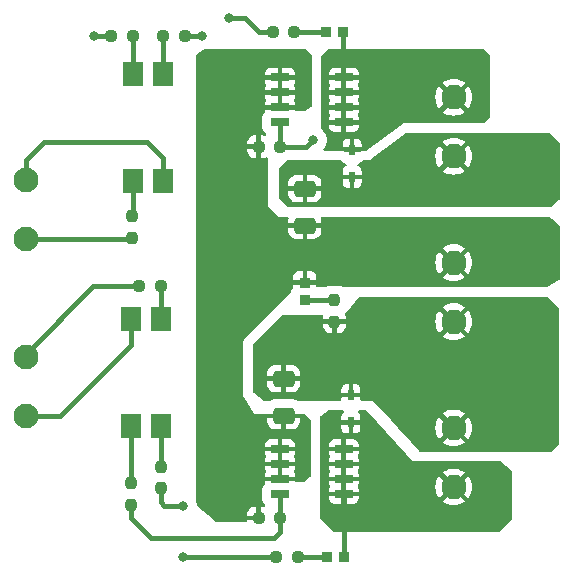
<source format=gtl>
G04 #@! TF.GenerationSoftware,KiCad,Pcbnew,(7.0.0)*
G04 #@! TF.CreationDate,2023-05-21T08:53:19-04:00*
G04 #@! TF.ProjectId,Solenoid_Driver,536f6c65-6e6f-4696-945f-447269766572,V1.0*
G04 #@! TF.SameCoordinates,Original*
G04 #@! TF.FileFunction,Copper,L1,Top*
G04 #@! TF.FilePolarity,Positive*
%FSLAX46Y46*%
G04 Gerber Fmt 4.6, Leading zero omitted, Abs format (unit mm)*
G04 Created by KiCad (PCBNEW (7.0.0)) date 2023-05-21 08:53:19*
%MOMM*%
%LPD*%
G01*
G04 APERTURE LIST*
G04 Aperture macros list*
%AMRoundRect*
0 Rectangle with rounded corners*
0 $1 Rounding radius*
0 $2 $3 $4 $5 $6 $7 $8 $9 X,Y pos of 4 corners*
0 Add a 4 corners polygon primitive as box body*
4,1,4,$2,$3,$4,$5,$6,$7,$8,$9,$2,$3,0*
0 Add four circle primitives for the rounded corners*
1,1,$1+$1,$2,$3*
1,1,$1+$1,$4,$5*
1,1,$1+$1,$6,$7*
1,1,$1+$1,$8,$9*
0 Add four rect primitives between the rounded corners*
20,1,$1+$1,$2,$3,$4,$5,0*
20,1,$1+$1,$4,$5,$6,$7,0*
20,1,$1+$1,$6,$7,$8,$9,0*
20,1,$1+$1,$8,$9,$2,$3,0*%
G04 Aperture macros list end*
G04 #@! TA.AperFunction,SMDPad,CuDef*
%ADD10R,0.600000X0.900000*%
G04 #@! TD*
G04 #@! TA.AperFunction,SMDPad,CuDef*
%ADD11RoundRect,0.250000X-0.650000X0.412500X-0.650000X-0.412500X0.650000X-0.412500X0.650000X0.412500X0*%
G04 #@! TD*
G04 #@! TA.AperFunction,SMDPad,CuDef*
%ADD12RoundRect,0.237500X-0.250000X-0.237500X0.250000X-0.237500X0.250000X0.237500X-0.250000X0.237500X0*%
G04 #@! TD*
G04 #@! TA.AperFunction,ComponentPad*
%ADD13C,2.100000*%
G04 #@! TD*
G04 #@! TA.AperFunction,SMDPad,CuDef*
%ADD14R,1.780000X2.082800*%
G04 #@! TD*
G04 #@! TA.AperFunction,SMDPad,CuDef*
%ADD15R,0.950000X0.950000*%
G04 #@! TD*
G04 #@! TA.AperFunction,SMDPad,CuDef*
%ADD16RoundRect,0.237500X0.250000X0.237500X-0.250000X0.237500X-0.250000X-0.237500X0.250000X-0.237500X0*%
G04 #@! TD*
G04 #@! TA.AperFunction,SMDPad,CuDef*
%ADD17R,1.500000X0.650000*%
G04 #@! TD*
G04 #@! TA.AperFunction,SMDPad,CuDef*
%ADD18RoundRect,0.237500X-0.237500X0.250000X-0.237500X-0.250000X0.237500X-0.250000X0.237500X0.250000X0*%
G04 #@! TD*
G04 #@! TA.AperFunction,SMDPad,CuDef*
%ADD19RoundRect,0.237500X0.237500X-0.250000X0.237500X0.250000X-0.237500X0.250000X-0.237500X-0.250000X0*%
G04 #@! TD*
G04 #@! TA.AperFunction,ViaPad*
%ADD20C,0.800000*%
G04 #@! TD*
G04 #@! TA.AperFunction,Conductor*
%ADD21C,0.400000*%
G04 #@! TD*
G04 #@! TA.AperFunction,Conductor*
%ADD22C,0.250000*%
G04 #@! TD*
G04 APERTURE END LIST*
D10*
X155899999Y-77749999D03*
X155899999Y-75449999D03*
X155799999Y-96219999D03*
X155799999Y-98519999D03*
D11*
X151900000Y-81862500D03*
X151900000Y-78737500D03*
D12*
X151312500Y-109900000D03*
X149487500Y-109900000D03*
D13*
X128300000Y-83000000D03*
X128300000Y-78000000D03*
D14*
X137329999Y-69066099D03*
X139869999Y-69066099D03*
X139869999Y-78133899D03*
X137329999Y-78133899D03*
D13*
X164500000Y-85000000D03*
X164500000Y-90000000D03*
D15*
X153749999Y-109899999D03*
X155249999Y-109899999D03*
X151899999Y-88199999D03*
X151899999Y-86699999D03*
D16*
X147975000Y-75200000D03*
X149800000Y-75200000D03*
D17*
X155199999Y-100789999D03*
X155199999Y-102059999D03*
X155199999Y-103329999D03*
X155199999Y-104599999D03*
X149799999Y-104599999D03*
X149799999Y-103329999D03*
X149799999Y-102059999D03*
X149799999Y-100789999D03*
D18*
X137300000Y-81087500D03*
X137300000Y-82912500D03*
D13*
X128300000Y-98000000D03*
X128300000Y-93000000D03*
X164500000Y-99000000D03*
X164500000Y-104000000D03*
D16*
X147987500Y-106620000D03*
X149812500Y-106620000D03*
D12*
X149187500Y-65500000D03*
X151012500Y-65500000D03*
D15*
X155149999Y-65499999D03*
X153649999Y-65499999D03*
D19*
X137200000Y-103687500D03*
X137200000Y-105512500D03*
X154400000Y-88187500D03*
X154400000Y-90012500D03*
D11*
X150100000Y-97962500D03*
X150100000Y-94837500D03*
D14*
X139743185Y-98833899D03*
X137203185Y-98833899D03*
X137203185Y-89766099D03*
X139743185Y-89766099D03*
D16*
X139887500Y-65800000D03*
X141712500Y-65800000D03*
D12*
X137312500Y-65800000D03*
X135487500Y-65800000D03*
D13*
X164500000Y-71000000D03*
X164500000Y-76000000D03*
D17*
X155199999Y-69319999D03*
X155199999Y-70589999D03*
X155199999Y-71859999D03*
X155199999Y-73129999D03*
X149799999Y-73129999D03*
X149799999Y-71859999D03*
X149799999Y-70589999D03*
X149799999Y-69319999D03*
D16*
X137875000Y-87000000D03*
X139700000Y-87000000D03*
D19*
X139700000Y-102287500D03*
X139700000Y-104112500D03*
D20*
X158200000Y-73100000D03*
X158200000Y-71800000D03*
X158200000Y-70500000D03*
X158200000Y-69200000D03*
X157200000Y-69900000D03*
X157200000Y-71200000D03*
X157200000Y-72400000D03*
X145500000Y-64300000D03*
X143200000Y-65800000D03*
X152600000Y-74600000D03*
X158200000Y-79600000D03*
X170500000Y-91800000D03*
X170500000Y-95800000D03*
X170500000Y-77800000D03*
X170500000Y-99700000D03*
X158200000Y-77000000D03*
X170500000Y-93200000D03*
X141600000Y-109900000D03*
X134087500Y-65800000D03*
X170500000Y-76500000D03*
X170500000Y-75200000D03*
X170500000Y-89100000D03*
X170500000Y-98500000D03*
X170500000Y-94500000D03*
X170500000Y-79100000D03*
X158200000Y-78300000D03*
X141600000Y-105600000D03*
X170500000Y-90500000D03*
X170500000Y-97200000D03*
X170500000Y-84800000D03*
X151700000Y-101400000D03*
X151700000Y-68000000D03*
X151700000Y-102700000D03*
X158200000Y-86200000D03*
X151700000Y-69900000D03*
X147800000Y-69200000D03*
X151700000Y-71200000D03*
X170500000Y-82200000D03*
X147800000Y-100700000D03*
X158200000Y-83500000D03*
X158200000Y-84800000D03*
X147800000Y-71800000D03*
X147800000Y-102000000D03*
X170500000Y-86200000D03*
X147800000Y-103300000D03*
X147800000Y-70500000D03*
X158200000Y-82100000D03*
X151700000Y-99600000D03*
X170500000Y-83500000D03*
X157100000Y-104000000D03*
X158200000Y-102000000D03*
X157200000Y-101400000D03*
X157100000Y-105400000D03*
X157100000Y-102600000D03*
X158200000Y-103300000D03*
X158200000Y-104700000D03*
D21*
X137203186Y-91996814D02*
X137203186Y-89766100D01*
X128300000Y-98000000D02*
X131200000Y-98000000D01*
X131200000Y-98000000D02*
X137203186Y-91996814D01*
X152000000Y-75200000D02*
X149800000Y-75200000D01*
X152600000Y-74600000D02*
X152000000Y-75200000D01*
X146793750Y-64300000D02*
X147993750Y-65500000D01*
X147993750Y-65500000D02*
X149187500Y-65500000D01*
X145500000Y-64300000D02*
X146793750Y-64300000D01*
X139700000Y-105300000D02*
X139700000Y-104112500D01*
X140000000Y-105600000D02*
X139700000Y-105300000D01*
X141600000Y-105600000D02*
X140000000Y-105600000D01*
X128300000Y-92700000D02*
X128300000Y-93000000D01*
X134000000Y-87000000D02*
X128300000Y-92700000D01*
X137875000Y-87000000D02*
X134000000Y-87000000D01*
X129800000Y-74800000D02*
X128300000Y-76300000D01*
X128300000Y-76300000D02*
X128300000Y-78000000D01*
X138500000Y-74800000D02*
X129800000Y-74800000D01*
X139870000Y-76170000D02*
X138500000Y-74800000D01*
X139870000Y-78133900D02*
X139870000Y-76170000D01*
X153650000Y-65500000D02*
X151012500Y-65500000D01*
X151912500Y-88187500D02*
X151900000Y-88200000D01*
X154400000Y-88187500D02*
X151912500Y-88187500D01*
X136912500Y-83000000D02*
X128300000Y-83000000D01*
X137300000Y-82612500D02*
X136912500Y-83000000D01*
X137330000Y-80757500D02*
X137300000Y-80787500D01*
X137330000Y-78133900D02*
X137330000Y-80757500D01*
X143200000Y-65800000D02*
X141712500Y-65800000D01*
X149487500Y-109900000D02*
X141600000Y-109900000D01*
X139743186Y-102144314D02*
X139743186Y-98833900D01*
X139600000Y-102287500D02*
X139743186Y-102144314D01*
X149812500Y-104612500D02*
X149800000Y-104600000D01*
X149812500Y-106620000D02*
X149812500Y-104612500D01*
X149812500Y-107787500D02*
X149812500Y-106620000D01*
X149300000Y-108300000D02*
X149812500Y-107787500D01*
X137200000Y-106600000D02*
X138900000Y-108300000D01*
X138900000Y-108300000D02*
X149300000Y-108300000D01*
X137200000Y-105512500D02*
X137200000Y-106600000D01*
D22*
X137203186Y-103684314D02*
X137200000Y-103687500D01*
D21*
X137203186Y-98833900D02*
X137203186Y-103684314D01*
X139743186Y-87043186D02*
X139700000Y-87000000D01*
X139743186Y-89766100D02*
X139743186Y-87043186D01*
X155150000Y-69270000D02*
X155200000Y-69320000D01*
X155150000Y-65700000D02*
X155150000Y-69270000D01*
X137330000Y-65817500D02*
X137312500Y-65800000D01*
X137330000Y-69066100D02*
X137330000Y-65817500D01*
X149800000Y-75200000D02*
X149800000Y-73130000D01*
X139870000Y-69066100D02*
X139870000Y-65817500D01*
X139870000Y-65817500D02*
X139887500Y-65800000D01*
X153750000Y-109900000D02*
X151312500Y-109900000D01*
D22*
X155200000Y-109850000D02*
X155250000Y-109900000D01*
D21*
X155200000Y-104600000D02*
X155200000Y-109850000D01*
X134087500Y-65800000D02*
X135487500Y-65800000D01*
X137333900Y-65821400D02*
X137312500Y-65800000D01*
G04 #@! TA.AperFunction,Conductor*
G36*
X166996091Y-66909439D02*
G01*
X167036319Y-66936319D01*
X167563681Y-67463681D01*
X167590561Y-67503909D01*
X167600000Y-67551362D01*
X167600000Y-72641922D01*
X167588293Y-72694517D01*
X167555383Y-72737181D01*
X167034489Y-73171259D01*
X166997319Y-73192594D01*
X166955106Y-73200000D01*
X160300000Y-73200000D01*
X160292067Y-73205832D01*
X160292063Y-73205835D01*
X158328126Y-74649907D01*
X157175126Y-75497702D01*
X157144255Y-75520401D01*
X157109453Y-75538321D01*
X157070799Y-75544500D01*
X156904266Y-75544500D01*
X156902305Y-75544624D01*
X156902303Y-75544625D01*
X156812315Y-75550358D01*
X156812300Y-75550359D01*
X156808375Y-75550610D01*
X156804506Y-75551357D01*
X156804496Y-75551359D01*
X156715969Y-75568468D01*
X156715956Y-75568470D01*
X156714036Y-75568842D01*
X156712159Y-75569330D01*
X156712134Y-75569336D01*
X156656149Y-75583902D01*
X156656130Y-75583907D01*
X156653604Y-75584565D01*
X156651138Y-75585435D01*
X156651117Y-75585442D01*
X156537836Y-75625434D01*
X156537828Y-75625437D01*
X156532867Y-75627189D01*
X156528281Y-75629748D01*
X156528262Y-75629757D01*
X156520164Y-75634278D01*
X156459734Y-75650000D01*
X155340266Y-75650000D01*
X155279834Y-75634277D01*
X155271735Y-75629757D01*
X155267136Y-75627190D01*
X155262177Y-75625439D01*
X155262172Y-75625437D01*
X155148882Y-75585442D01*
X155148868Y-75585437D01*
X155146396Y-75584565D01*
X155143862Y-75583905D01*
X155143850Y-75583902D01*
X155087865Y-75569336D01*
X155087847Y-75569332D01*
X155085964Y-75568842D01*
X155084037Y-75568469D01*
X155084030Y-75568468D01*
X154995503Y-75551359D01*
X154995495Y-75551358D01*
X154991625Y-75550610D01*
X154987697Y-75550359D01*
X154987684Y-75550358D01*
X154897696Y-75544625D01*
X154897695Y-75544624D01*
X154895734Y-75544500D01*
X154893768Y-75544500D01*
X153595862Y-75544500D01*
X153548409Y-75535061D01*
X153508181Y-75508181D01*
X153497702Y-75497702D01*
X153467218Y-75447612D01*
X153463158Y-75389115D01*
X153486428Y-75335296D01*
X153563170Y-75233674D01*
X155100000Y-75233674D01*
X155103450Y-75246549D01*
X155116326Y-75250000D01*
X155683674Y-75250000D01*
X155696549Y-75246549D01*
X155700000Y-75233674D01*
X156100000Y-75233674D01*
X156103450Y-75246549D01*
X156116326Y-75250000D01*
X156683674Y-75250000D01*
X156696549Y-75246549D01*
X156700000Y-75233674D01*
X156700000Y-74955482D01*
X156699646Y-74948885D01*
X156694426Y-74900332D01*
X156690888Y-74885358D01*
X156646452Y-74766222D01*
X156638037Y-74750810D01*
X156562501Y-74649907D01*
X156550092Y-74637498D01*
X156449189Y-74561962D01*
X156433777Y-74553547D01*
X156314641Y-74509111D01*
X156299667Y-74505573D01*
X156251114Y-74500353D01*
X156244518Y-74500000D01*
X156116326Y-74500000D01*
X156103450Y-74503450D01*
X156100000Y-74516326D01*
X156100000Y-75233674D01*
X155700000Y-75233674D01*
X155700000Y-74516326D01*
X155696549Y-74503450D01*
X155683674Y-74500000D01*
X155555482Y-74500000D01*
X155548885Y-74500353D01*
X155500332Y-74505573D01*
X155485358Y-74509111D01*
X155366222Y-74553547D01*
X155350810Y-74561962D01*
X155249907Y-74637498D01*
X155237498Y-74649907D01*
X155161962Y-74750810D01*
X155153547Y-74766222D01*
X155109111Y-74885358D01*
X155105573Y-74900332D01*
X155100353Y-74948885D01*
X155100000Y-74955482D01*
X155100000Y-75233674D01*
X153563170Y-75233674D01*
X153582366Y-75208255D01*
X153677405Y-75017389D01*
X153735756Y-74812310D01*
X153755429Y-74600000D01*
X153735756Y-74387690D01*
X153719188Y-74329462D01*
X153678975Y-74188129D01*
X153677405Y-74182611D01*
X153582366Y-73991745D01*
X153453872Y-73821593D01*
X153449383Y-73817501D01*
X153340461Y-73718204D01*
X153310565Y-73676653D01*
X153300000Y-73626567D01*
X153300000Y-73499518D01*
X153950000Y-73499518D01*
X153950353Y-73506114D01*
X153955573Y-73554667D01*
X153959111Y-73569641D01*
X154003547Y-73688777D01*
X154011962Y-73704189D01*
X154087498Y-73805092D01*
X154099907Y-73817501D01*
X154200810Y-73893037D01*
X154216222Y-73901452D01*
X154335358Y-73945888D01*
X154350332Y-73949426D01*
X154398885Y-73954646D01*
X154405482Y-73955000D01*
X154983674Y-73955000D01*
X154996549Y-73951549D01*
X155000000Y-73938674D01*
X155400000Y-73938674D01*
X155403450Y-73951549D01*
X155416326Y-73955000D01*
X155994518Y-73955000D01*
X156001114Y-73954646D01*
X156049667Y-73949426D01*
X156064641Y-73945888D01*
X156183777Y-73901452D01*
X156199189Y-73893037D01*
X156300092Y-73817501D01*
X156312501Y-73805092D01*
X156388037Y-73704189D01*
X156396452Y-73688777D01*
X156440888Y-73569641D01*
X156444426Y-73554667D01*
X156449646Y-73506114D01*
X156450000Y-73499518D01*
X156450000Y-73346326D01*
X156446549Y-73333450D01*
X156433674Y-73330000D01*
X155416326Y-73330000D01*
X155403450Y-73333450D01*
X155400000Y-73346326D01*
X155400000Y-73938674D01*
X155000000Y-73938674D01*
X155000000Y-73346326D01*
X154996549Y-73333450D01*
X154983674Y-73330000D01*
X153966326Y-73330000D01*
X153953450Y-73333450D01*
X153950000Y-73346326D01*
X153950000Y-73499518D01*
X153300000Y-73499518D01*
X153300000Y-72913674D01*
X153950000Y-72913674D01*
X153953450Y-72926549D01*
X153966326Y-72930000D01*
X154983674Y-72930000D01*
X154996549Y-72926549D01*
X155000000Y-72913674D01*
X155400000Y-72913674D01*
X155403450Y-72926549D01*
X155416326Y-72930000D01*
X156433674Y-72930000D01*
X156446549Y-72926549D01*
X156450000Y-72913674D01*
X156450000Y-72760482D01*
X156449646Y-72753885D01*
X156444426Y-72705332D01*
X156440888Y-72690358D01*
X156396451Y-72571218D01*
X156387283Y-72554428D01*
X156372114Y-72495000D01*
X156387283Y-72435572D01*
X156396451Y-72418781D01*
X156440888Y-72299641D01*
X156444426Y-72284667D01*
X156449646Y-72236114D01*
X156450000Y-72229518D01*
X156450000Y-72229480D01*
X163558602Y-72229480D01*
X163566188Y-72240833D01*
X163582407Y-72254686D01*
X163590275Y-72260402D01*
X163789980Y-72382782D01*
X163798643Y-72387196D01*
X164015042Y-72476831D01*
X164024279Y-72479833D01*
X164252043Y-72534514D01*
X164261628Y-72536032D01*
X164495146Y-72554411D01*
X164504854Y-72554411D01*
X164738371Y-72536032D01*
X164747956Y-72534514D01*
X164975720Y-72479833D01*
X164984957Y-72476831D01*
X165201356Y-72387196D01*
X165210019Y-72382782D01*
X165409726Y-72260401D01*
X165417591Y-72254687D01*
X165433811Y-72240833D01*
X165441396Y-72229481D01*
X165434723Y-72217566D01*
X164511542Y-71294385D01*
X164500000Y-71287721D01*
X164488457Y-71294385D01*
X163565275Y-72217566D01*
X163558602Y-72229480D01*
X156450000Y-72229480D01*
X156450000Y-72076326D01*
X156446549Y-72063450D01*
X156433674Y-72060000D01*
X155416326Y-72060000D01*
X155403450Y-72063450D01*
X155400000Y-72076326D01*
X155400000Y-72913674D01*
X155000000Y-72913674D01*
X155000000Y-72076326D01*
X154996549Y-72063450D01*
X154983674Y-72060000D01*
X153966326Y-72060000D01*
X153953450Y-72063450D01*
X153950000Y-72076326D01*
X153950000Y-72229518D01*
X153950353Y-72236114D01*
X153955573Y-72284667D01*
X153959111Y-72299641D01*
X154003547Y-72418780D01*
X154012717Y-72435572D01*
X154027885Y-72494997D01*
X154012719Y-72554422D01*
X154003549Y-72571216D01*
X153959111Y-72690358D01*
X153955573Y-72705332D01*
X153950353Y-72753885D01*
X153950000Y-72760482D01*
X153950000Y-72913674D01*
X153300000Y-72913674D01*
X153300000Y-71643674D01*
X153950000Y-71643674D01*
X153953450Y-71656549D01*
X153966326Y-71660000D01*
X154983674Y-71660000D01*
X154996549Y-71656549D01*
X155000000Y-71643674D01*
X155400000Y-71643674D01*
X155403450Y-71656549D01*
X155416326Y-71660000D01*
X156433674Y-71660000D01*
X156446549Y-71656549D01*
X156450000Y-71643674D01*
X156450000Y-71490482D01*
X156449646Y-71483885D01*
X156444426Y-71435332D01*
X156440888Y-71420358D01*
X156396451Y-71301218D01*
X156387283Y-71284428D01*
X156372114Y-71225000D01*
X156387283Y-71165572D01*
X156396451Y-71148781D01*
X156440888Y-71029641D01*
X156444426Y-71014667D01*
X156445481Y-71004854D01*
X162945589Y-71004854D01*
X162963967Y-71238371D01*
X162965485Y-71247956D01*
X163020166Y-71475720D01*
X163023168Y-71484957D01*
X163112803Y-71701356D01*
X163117217Y-71710019D01*
X163239597Y-71909724D01*
X163245313Y-71917593D01*
X163259165Y-71933811D01*
X163270518Y-71941396D01*
X163282432Y-71934723D01*
X164205614Y-71011542D01*
X164212278Y-71000000D01*
X164787721Y-71000000D01*
X164794385Y-71011542D01*
X165717566Y-71934723D01*
X165729481Y-71941396D01*
X165740833Y-71933811D01*
X165754687Y-71917591D01*
X165760401Y-71909726D01*
X165882782Y-71710019D01*
X165887196Y-71701356D01*
X165976831Y-71484957D01*
X165979833Y-71475720D01*
X166034514Y-71247956D01*
X166036032Y-71238371D01*
X166054411Y-71004854D01*
X166054411Y-70995146D01*
X166036032Y-70761628D01*
X166034514Y-70752043D01*
X165979833Y-70524279D01*
X165976831Y-70515042D01*
X165887196Y-70298643D01*
X165882782Y-70289980D01*
X165760402Y-70090275D01*
X165754686Y-70082407D01*
X165740833Y-70066188D01*
X165729480Y-70058602D01*
X165717566Y-70065275D01*
X164794385Y-70988457D01*
X164787721Y-71000000D01*
X164212278Y-71000000D01*
X164205614Y-70988457D01*
X163282432Y-70065275D01*
X163270518Y-70058603D01*
X163259165Y-70066188D01*
X163245310Y-70082410D01*
X163239598Y-70090272D01*
X163117217Y-70289980D01*
X163112803Y-70298643D01*
X163023168Y-70515042D01*
X163020166Y-70524279D01*
X162965485Y-70752043D01*
X162963967Y-70761628D01*
X162945589Y-70995146D01*
X162945589Y-71004854D01*
X156445481Y-71004854D01*
X156449646Y-70966114D01*
X156450000Y-70959518D01*
X156450000Y-70806326D01*
X156446549Y-70793450D01*
X156433674Y-70790000D01*
X155416326Y-70790000D01*
X155403450Y-70793450D01*
X155400000Y-70806326D01*
X155400000Y-71643674D01*
X155000000Y-71643674D01*
X155000000Y-70806326D01*
X154996549Y-70793450D01*
X154983674Y-70790000D01*
X153966326Y-70790000D01*
X153953450Y-70793450D01*
X153950000Y-70806326D01*
X153950000Y-70959518D01*
X153950353Y-70966114D01*
X153955573Y-71014667D01*
X153959111Y-71029641D01*
X154003547Y-71148780D01*
X154012717Y-71165572D01*
X154027885Y-71224997D01*
X154012719Y-71284422D01*
X154003549Y-71301216D01*
X153959111Y-71420358D01*
X153955573Y-71435332D01*
X153950353Y-71483885D01*
X153950000Y-71490482D01*
X153950000Y-71643674D01*
X153300000Y-71643674D01*
X153300000Y-70373674D01*
X153950000Y-70373674D01*
X153953450Y-70386549D01*
X153966326Y-70390000D01*
X154983674Y-70390000D01*
X154996549Y-70386549D01*
X155000000Y-70373674D01*
X155400000Y-70373674D01*
X155403450Y-70386549D01*
X155416326Y-70390000D01*
X156433674Y-70390000D01*
X156446549Y-70386549D01*
X156450000Y-70373674D01*
X156450000Y-70220482D01*
X156449646Y-70213885D01*
X156444426Y-70165332D01*
X156440888Y-70150358D01*
X156396451Y-70031218D01*
X156387283Y-70014428D01*
X156372114Y-69955000D01*
X156387283Y-69895572D01*
X156396451Y-69878781D01*
X156436831Y-69770518D01*
X163558603Y-69770518D01*
X163565275Y-69782432D01*
X164488457Y-70705614D01*
X164500000Y-70712278D01*
X164511542Y-70705614D01*
X165434723Y-69782432D01*
X165441396Y-69770518D01*
X165433811Y-69759165D01*
X165417593Y-69745313D01*
X165409724Y-69739597D01*
X165210019Y-69617217D01*
X165201356Y-69612803D01*
X164984957Y-69523168D01*
X164975720Y-69520166D01*
X164747956Y-69465485D01*
X164738371Y-69463967D01*
X164504854Y-69445589D01*
X164495146Y-69445589D01*
X164261628Y-69463967D01*
X164252043Y-69465485D01*
X164024279Y-69520166D01*
X164015042Y-69523168D01*
X163798643Y-69612803D01*
X163789980Y-69617217D01*
X163590272Y-69739598D01*
X163582410Y-69745310D01*
X163566188Y-69759165D01*
X163558603Y-69770518D01*
X156436831Y-69770518D01*
X156440888Y-69759641D01*
X156444426Y-69744667D01*
X156449646Y-69696114D01*
X156450000Y-69689518D01*
X156450000Y-69536326D01*
X156446549Y-69523450D01*
X156433674Y-69520000D01*
X155416326Y-69520000D01*
X155403450Y-69523450D01*
X155400000Y-69536326D01*
X155400000Y-70373674D01*
X155000000Y-70373674D01*
X155000000Y-69536326D01*
X154996549Y-69523450D01*
X154983674Y-69520000D01*
X153966326Y-69520000D01*
X153953450Y-69523450D01*
X153950000Y-69536326D01*
X153950000Y-69689518D01*
X153950353Y-69696114D01*
X153955573Y-69744667D01*
X153959111Y-69759641D01*
X154003548Y-69878781D01*
X154012718Y-69895575D01*
X154027885Y-69955000D01*
X154012718Y-70014425D01*
X154003548Y-70031218D01*
X153959111Y-70150358D01*
X153955573Y-70165332D01*
X153950353Y-70213885D01*
X153950000Y-70220482D01*
X153950000Y-70373674D01*
X153300000Y-70373674D01*
X153300000Y-69103674D01*
X153950000Y-69103674D01*
X153953450Y-69116549D01*
X153966326Y-69120000D01*
X154983674Y-69120000D01*
X154996549Y-69116549D01*
X155000000Y-69103674D01*
X155400000Y-69103674D01*
X155403450Y-69116549D01*
X155416326Y-69120000D01*
X156433674Y-69120000D01*
X156446549Y-69116549D01*
X156450000Y-69103674D01*
X156450000Y-68950482D01*
X156449646Y-68943885D01*
X156444426Y-68895332D01*
X156440888Y-68880358D01*
X156396452Y-68761222D01*
X156388037Y-68745810D01*
X156312501Y-68644907D01*
X156300092Y-68632498D01*
X156199189Y-68556962D01*
X156183777Y-68548547D01*
X156064641Y-68504111D01*
X156049667Y-68500573D01*
X156001114Y-68495353D01*
X155994518Y-68495000D01*
X155416326Y-68495000D01*
X155403450Y-68498450D01*
X155400000Y-68511326D01*
X155400000Y-69103674D01*
X155000000Y-69103674D01*
X155000000Y-68511326D01*
X154996549Y-68498450D01*
X154983674Y-68495000D01*
X154405482Y-68495000D01*
X154398885Y-68495353D01*
X154350332Y-68500573D01*
X154335358Y-68504111D01*
X154216222Y-68548547D01*
X154200810Y-68556962D01*
X154099907Y-68632498D01*
X154087498Y-68644907D01*
X154011962Y-68745810D01*
X154003547Y-68761222D01*
X153959111Y-68880358D01*
X153955573Y-68895332D01*
X153950353Y-68943885D01*
X153950000Y-68950482D01*
X153950000Y-69103674D01*
X153300000Y-69103674D01*
X153300000Y-67551362D01*
X153309439Y-67503909D01*
X153336319Y-67463681D01*
X153863681Y-66936319D01*
X153903909Y-66909439D01*
X153951362Y-66900000D01*
X166948638Y-66900000D01*
X166996091Y-66909439D01*
G37*
G04 #@! TD.AperFunction*
G04 #@! TA.AperFunction,Conductor*
G36*
X151897319Y-66907406D02*
G01*
X151934489Y-66928741D01*
X152455383Y-67362819D01*
X152488293Y-67405483D01*
X152500000Y-67458078D01*
X152500000Y-71733637D01*
X152485328Y-71792147D01*
X152444783Y-71836811D01*
X151931239Y-72179174D01*
X151898389Y-72194679D01*
X151862456Y-72200000D01*
X151174000Y-72200000D01*
X151112000Y-72183387D01*
X151066613Y-72138000D01*
X151054306Y-72092072D01*
X151054225Y-72092094D01*
X151046549Y-72063450D01*
X151033674Y-72060000D01*
X150660164Y-72060000D01*
X150647562Y-72059358D01*
X150603141Y-72054819D01*
X150603122Y-72054818D01*
X150600009Y-72054500D01*
X150596861Y-72054500D01*
X149003140Y-72054500D01*
X149003120Y-72054500D01*
X148999992Y-72054501D01*
X148996860Y-72054820D01*
X148996858Y-72054821D01*
X148952445Y-72059358D01*
X148939844Y-72060000D01*
X148566326Y-72060000D01*
X148553450Y-72063450D01*
X148550000Y-72076326D01*
X148550000Y-72192268D01*
X148540561Y-72239720D01*
X148513682Y-72279948D01*
X148462395Y-72331234D01*
X148462383Y-72331248D01*
X148457288Y-72336344D01*
X148453500Y-72342484D01*
X148453497Y-72342489D01*
X148368977Y-72479519D01*
X148365186Y-72485666D01*
X148310001Y-72652203D01*
X148309313Y-72658933D01*
X148309312Y-72658940D01*
X148299819Y-72751859D01*
X148299818Y-72751877D01*
X148299500Y-72754991D01*
X148299500Y-72758138D01*
X148299500Y-72758139D01*
X148299500Y-73501858D01*
X148299500Y-73501877D01*
X148299501Y-73505008D01*
X148299820Y-73508140D01*
X148299821Y-73508141D01*
X148309312Y-73601061D01*
X148309313Y-73601069D01*
X148310001Y-73607797D01*
X148312129Y-73614219D01*
X148312130Y-73614223D01*
X148362914Y-73767478D01*
X148365186Y-73774334D01*
X148368977Y-73780480D01*
X148453497Y-73917511D01*
X148453500Y-73917515D01*
X148457288Y-73923656D01*
X148581344Y-74047712D01*
X148587495Y-74051506D01*
X148589219Y-74052869D01*
X148629078Y-74108404D01*
X148633451Y-74176622D01*
X148601009Y-74236792D01*
X148541611Y-74270627D01*
X148473310Y-74267844D01*
X148381578Y-74237448D01*
X148368419Y-74234631D01*
X148277276Y-74225319D01*
X148271000Y-74225000D01*
X148191326Y-74225000D01*
X148178450Y-74228450D01*
X148175000Y-74241326D01*
X148175000Y-76158673D01*
X148178450Y-76171548D01*
X148191326Y-76174999D01*
X148270997Y-76174999D01*
X148277279Y-76174678D01*
X148368412Y-76165369D01*
X148381581Y-76162550D01*
X148531944Y-76112725D01*
X148544952Y-76106659D01*
X148610903Y-76065981D01*
X148673295Y-76047549D01*
X148736432Y-76063241D01*
X148782933Y-76108740D01*
X148800000Y-76171519D01*
X148800000Y-80200000D01*
X149700000Y-81100000D01*
X150404154Y-81100000D01*
X150460610Y-81113597D01*
X150504684Y-81151407D01*
X150526711Y-81205137D01*
X150521860Y-81263004D01*
X150512624Y-81290874D01*
X150509805Y-81304041D01*
X150500319Y-81396890D01*
X150500000Y-81403168D01*
X150500000Y-81646174D01*
X150503450Y-81659049D01*
X150516326Y-81662500D01*
X153283673Y-81662500D01*
X153296548Y-81659049D01*
X153299999Y-81646174D01*
X153299999Y-81403171D01*
X153299678Y-81396888D01*
X153290194Y-81304040D01*
X153287376Y-81290877D01*
X153278140Y-81263004D01*
X153273289Y-81205137D01*
X153295316Y-81151407D01*
X153339390Y-81113597D01*
X153395846Y-81100000D01*
X172552855Y-81100000D01*
X172596922Y-81108095D01*
X172635236Y-81131321D01*
X172814733Y-81290874D01*
X173232812Y-81662500D01*
X173458381Y-81863005D01*
X173489118Y-81904887D01*
X173500000Y-81955684D01*
X173500000Y-86331930D01*
X173484699Y-86391600D01*
X173442573Y-86436544D01*
X172430464Y-87080614D01*
X172363891Y-87100000D01*
X155198549Y-87100000D01*
X155141138Y-87085908D01*
X155005888Y-87015259D01*
X154999844Y-87013529D01*
X154999840Y-87013528D01*
X154818364Y-86961602D01*
X154818363Y-86961601D01*
X154812702Y-86959982D01*
X154806836Y-86959460D01*
X154806834Y-86959460D01*
X154697536Y-86949742D01*
X154697519Y-86949741D01*
X154694806Y-86949500D01*
X154105194Y-86949500D01*
X154102481Y-86949741D01*
X154102463Y-86949742D01*
X153993165Y-86959460D01*
X153993161Y-86959460D01*
X153987298Y-86959982D01*
X153981638Y-86961601D01*
X153981635Y-86961602D01*
X153800159Y-87013528D01*
X153800152Y-87013530D01*
X153794112Y-87015259D01*
X153658861Y-87085908D01*
X153601451Y-87100000D01*
X152999000Y-87100000D01*
X152937000Y-87083387D01*
X152891613Y-87038000D01*
X152875000Y-86976000D01*
X152875000Y-86916326D01*
X152871549Y-86903450D01*
X152858674Y-86900000D01*
X150941326Y-86900000D01*
X150928450Y-86903450D01*
X150925000Y-86916326D01*
X150925000Y-87112270D01*
X150915561Y-87159723D01*
X150888681Y-87199951D01*
X150837393Y-87251238D01*
X150837389Y-87251242D01*
X150832288Y-87256344D01*
X150828503Y-87262480D01*
X150828497Y-87262488D01*
X150743976Y-87399520D01*
X150743973Y-87399525D01*
X150740186Y-87405666D01*
X150737917Y-87412513D01*
X150737912Y-87412524D01*
X150717957Y-87472742D01*
X150688913Y-87520427D01*
X146708414Y-91591394D01*
X146708412Y-91591396D01*
X146700000Y-91600000D01*
X146700000Y-96400000D01*
X146704798Y-96407463D01*
X147591578Y-97786900D01*
X147591579Y-97786901D01*
X147600000Y-97800000D01*
X151848638Y-97800000D01*
X151896091Y-97809439D01*
X151936319Y-97836319D01*
X152363681Y-98263681D01*
X152390561Y-98303909D01*
X152400000Y-98351362D01*
X152400000Y-103041922D01*
X152388293Y-103094517D01*
X152355383Y-103137181D01*
X151834489Y-103571259D01*
X151797319Y-103592594D01*
X151755106Y-103600000D01*
X151159531Y-103600000D01*
X151107128Y-103588383D01*
X151064544Y-103555709D01*
X151058907Y-103544882D01*
X151047813Y-103533788D01*
X151033674Y-103530000D01*
X150660164Y-103530000D01*
X150647562Y-103529358D01*
X150603141Y-103524819D01*
X150603122Y-103524818D01*
X150600009Y-103524500D01*
X150596861Y-103524500D01*
X149003140Y-103524500D01*
X149003120Y-103524500D01*
X148999992Y-103524501D01*
X148996860Y-103524820D01*
X148996858Y-103524821D01*
X148952445Y-103529358D01*
X148939844Y-103530000D01*
X148566326Y-103530000D01*
X148553450Y-103533450D01*
X148550000Y-103546326D01*
X148550000Y-103662268D01*
X148540561Y-103709720D01*
X148513682Y-103749948D01*
X148462395Y-103801234D01*
X148462383Y-103801248D01*
X148457288Y-103806344D01*
X148453500Y-103812484D01*
X148453497Y-103812489D01*
X148394429Y-103908255D01*
X148365186Y-103955666D01*
X148362915Y-103962517D01*
X148362914Y-103962521D01*
X148312131Y-104115774D01*
X148310001Y-104122203D01*
X148309313Y-104128933D01*
X148309312Y-104128940D01*
X148299819Y-104221859D01*
X148299818Y-104221877D01*
X148299500Y-104224991D01*
X148299500Y-104228138D01*
X148299500Y-104228139D01*
X148299500Y-104971858D01*
X148299500Y-104971877D01*
X148299501Y-104975008D01*
X148299820Y-104978140D01*
X148299821Y-104978141D01*
X148309312Y-105071061D01*
X148309313Y-105071069D01*
X148310001Y-105077797D01*
X148312129Y-105084219D01*
X148312130Y-105084223D01*
X148362914Y-105237478D01*
X148365186Y-105244334D01*
X148368977Y-105250480D01*
X148453497Y-105387511D01*
X148453500Y-105387515D01*
X148457288Y-105393656D01*
X148462393Y-105398760D01*
X148462393Y-105398761D01*
X148513353Y-105449721D01*
X148545114Y-105504090D01*
X148546076Y-105567049D01*
X148515991Y-105622364D01*
X148462617Y-105655770D01*
X148399716Y-105658655D01*
X148380918Y-105654631D01*
X148289776Y-105645319D01*
X148283500Y-105645000D01*
X148203826Y-105645000D01*
X148190950Y-105648450D01*
X148187500Y-105661326D01*
X148187500Y-106696000D01*
X148170887Y-106758000D01*
X148125500Y-106803387D01*
X148063500Y-106820000D01*
X147016327Y-106820000D01*
X147003451Y-106823450D01*
X147000001Y-106836326D01*
X147000001Y-106876000D01*
X146983388Y-106938000D01*
X146938001Y-106983387D01*
X146876001Y-107000000D01*
X144446885Y-107000000D01*
X144403030Y-106991986D01*
X144364844Y-106968980D01*
X143724164Y-106403674D01*
X147000000Y-106403674D01*
X147003450Y-106416549D01*
X147016326Y-106420000D01*
X147771174Y-106420000D01*
X147784049Y-106416549D01*
X147787500Y-106403674D01*
X147787500Y-105661327D01*
X147784049Y-105648451D01*
X147771174Y-105645001D01*
X147691503Y-105645001D01*
X147685220Y-105645321D01*
X147594087Y-105654630D01*
X147580918Y-105657449D01*
X147430555Y-105707274D01*
X147417547Y-105713340D01*
X147283113Y-105796260D01*
X147271851Y-105805165D01*
X147160165Y-105916851D01*
X147151260Y-105928113D01*
X147068340Y-106062547D01*
X147062274Y-106075555D01*
X147012447Y-106225924D01*
X147009631Y-106239080D01*
X147000319Y-106330223D01*
X147000000Y-106336500D01*
X147000000Y-106403674D01*
X143724164Y-106403674D01*
X142787163Y-105576908D01*
X142758655Y-105540097D01*
X142745733Y-105495371D01*
X142735756Y-105387690D01*
X142704733Y-105278660D01*
X142700000Y-105244726D01*
X142700000Y-103113674D01*
X148550000Y-103113674D01*
X148553450Y-103126549D01*
X148566326Y-103130000D01*
X149583674Y-103130000D01*
X149596549Y-103126549D01*
X149600000Y-103113674D01*
X150000000Y-103113674D01*
X150003450Y-103126549D01*
X150016326Y-103130000D01*
X151033674Y-103130000D01*
X151046549Y-103126549D01*
X151050000Y-103113674D01*
X151050000Y-102960482D01*
X151049646Y-102953885D01*
X151044426Y-102905332D01*
X151040888Y-102890358D01*
X150996451Y-102771218D01*
X150987283Y-102754428D01*
X150972114Y-102695000D01*
X150987283Y-102635572D01*
X150996451Y-102618781D01*
X151040888Y-102499641D01*
X151044426Y-102484667D01*
X151049646Y-102436114D01*
X151050000Y-102429518D01*
X151050000Y-102276326D01*
X151046549Y-102263450D01*
X151033674Y-102260000D01*
X150016326Y-102260000D01*
X150003450Y-102263450D01*
X150000000Y-102276326D01*
X150000000Y-103113674D01*
X149600000Y-103113674D01*
X149600000Y-102276326D01*
X149596549Y-102263450D01*
X149583674Y-102260000D01*
X148566326Y-102260000D01*
X148553450Y-102263450D01*
X148550000Y-102276326D01*
X148550000Y-102429518D01*
X148550353Y-102436114D01*
X148555573Y-102484667D01*
X148559111Y-102499641D01*
X148603548Y-102618781D01*
X148612718Y-102635575D01*
X148627885Y-102695000D01*
X148612718Y-102754425D01*
X148603548Y-102771218D01*
X148559111Y-102890358D01*
X148555573Y-102905332D01*
X148550353Y-102953885D01*
X148550000Y-102960482D01*
X148550000Y-103113674D01*
X142700000Y-103113674D01*
X142700000Y-101843674D01*
X148550000Y-101843674D01*
X148553450Y-101856549D01*
X148566326Y-101860000D01*
X149583674Y-101860000D01*
X149596549Y-101856549D01*
X149600000Y-101843674D01*
X150000000Y-101843674D01*
X150003450Y-101856549D01*
X150016326Y-101860000D01*
X151033674Y-101860000D01*
X151046549Y-101856549D01*
X151050000Y-101843674D01*
X151050000Y-101690482D01*
X151049646Y-101683885D01*
X151044426Y-101635332D01*
X151040888Y-101620358D01*
X150996450Y-101501216D01*
X150987282Y-101484425D01*
X150972114Y-101424997D01*
X150987284Y-101365569D01*
X150996451Y-101348780D01*
X151040888Y-101229641D01*
X151044426Y-101214667D01*
X151049646Y-101166114D01*
X151050000Y-101159518D01*
X151050000Y-101006326D01*
X151046549Y-100993450D01*
X151033674Y-100990000D01*
X150016326Y-100990000D01*
X150003450Y-100993450D01*
X150000000Y-101006326D01*
X150000000Y-101843674D01*
X149600000Y-101843674D01*
X149600000Y-101006326D01*
X149596549Y-100993450D01*
X149583674Y-100990000D01*
X148566326Y-100990000D01*
X148553450Y-100993450D01*
X148550000Y-101006326D01*
X148550000Y-101159518D01*
X148550353Y-101166114D01*
X148555573Y-101214667D01*
X148559111Y-101229641D01*
X148603548Y-101348781D01*
X148612718Y-101365575D01*
X148627885Y-101425000D01*
X148612718Y-101484425D01*
X148603548Y-101501218D01*
X148559111Y-101620358D01*
X148555573Y-101635332D01*
X148550353Y-101683885D01*
X148550000Y-101690482D01*
X148550000Y-101843674D01*
X142700000Y-101843674D01*
X142700000Y-100573674D01*
X148550000Y-100573674D01*
X148553450Y-100586549D01*
X148566326Y-100590000D01*
X149583674Y-100590000D01*
X149596549Y-100586549D01*
X149600000Y-100573674D01*
X150000000Y-100573674D01*
X150003450Y-100586549D01*
X150016326Y-100590000D01*
X151033674Y-100590000D01*
X151046549Y-100586549D01*
X151050000Y-100573674D01*
X151050000Y-100420482D01*
X151049646Y-100413885D01*
X151044426Y-100365332D01*
X151040888Y-100350358D01*
X150996452Y-100231222D01*
X150988037Y-100215810D01*
X150912501Y-100114907D01*
X150900092Y-100102498D01*
X150799189Y-100026962D01*
X150783777Y-100018547D01*
X150664641Y-99974111D01*
X150649667Y-99970573D01*
X150601114Y-99965353D01*
X150594518Y-99965000D01*
X150016326Y-99965000D01*
X150003450Y-99968450D01*
X150000000Y-99981326D01*
X150000000Y-100573674D01*
X149600000Y-100573674D01*
X149600000Y-99981326D01*
X149596549Y-99968450D01*
X149583674Y-99965000D01*
X149005482Y-99965000D01*
X148998885Y-99965353D01*
X148950332Y-99970573D01*
X148935358Y-99974111D01*
X148816222Y-100018547D01*
X148800810Y-100026962D01*
X148699907Y-100102498D01*
X148687498Y-100114907D01*
X148611962Y-100215810D01*
X148603547Y-100231222D01*
X148559111Y-100350358D01*
X148555573Y-100365332D01*
X148550353Y-100413885D01*
X148550000Y-100420482D01*
X148550000Y-100573674D01*
X142700000Y-100573674D01*
X142700000Y-98421829D01*
X148700001Y-98421829D01*
X148700321Y-98428111D01*
X148709805Y-98520959D01*
X148712623Y-98534122D01*
X148763370Y-98687267D01*
X148769432Y-98700266D01*
X148853890Y-98837194D01*
X148862794Y-98848455D01*
X148976544Y-98962205D01*
X148987805Y-98971109D01*
X149124733Y-99055567D01*
X149137732Y-99061629D01*
X149290874Y-99112375D01*
X149304041Y-99115194D01*
X149396890Y-99124680D01*
X149403168Y-99125000D01*
X149883674Y-99125000D01*
X149896549Y-99121549D01*
X149900000Y-99108674D01*
X149900000Y-99108673D01*
X150300000Y-99108673D01*
X150303450Y-99121548D01*
X150316326Y-99124999D01*
X150796829Y-99124999D01*
X150803111Y-99124678D01*
X150895959Y-99115194D01*
X150909122Y-99112376D01*
X151062267Y-99061629D01*
X151075266Y-99055567D01*
X151212194Y-98971109D01*
X151223455Y-98962205D01*
X151337205Y-98848455D01*
X151346109Y-98837194D01*
X151430567Y-98700266D01*
X151436629Y-98687267D01*
X151487375Y-98534125D01*
X151490194Y-98520958D01*
X151499680Y-98428109D01*
X151500000Y-98421832D01*
X151500000Y-98178826D01*
X151496549Y-98165950D01*
X151483674Y-98162500D01*
X150316326Y-98162500D01*
X150303450Y-98165950D01*
X150300000Y-98178826D01*
X150300000Y-99108673D01*
X149900000Y-99108673D01*
X149900000Y-98178826D01*
X149896549Y-98165950D01*
X149883674Y-98162500D01*
X148716327Y-98162500D01*
X148703451Y-98165950D01*
X148700001Y-98178826D01*
X148700001Y-98421829D01*
X142700000Y-98421829D01*
X142700000Y-86483674D01*
X150925000Y-86483674D01*
X150928450Y-86496549D01*
X150941326Y-86500000D01*
X151683674Y-86500000D01*
X151696549Y-86496549D01*
X151700000Y-86483674D01*
X152100000Y-86483674D01*
X152103450Y-86496549D01*
X152116326Y-86500000D01*
X152858674Y-86500000D01*
X152871549Y-86496549D01*
X152875000Y-86483674D01*
X152875000Y-86229480D01*
X163558602Y-86229480D01*
X163566188Y-86240833D01*
X163582407Y-86254686D01*
X163590275Y-86260402D01*
X163789980Y-86382782D01*
X163798643Y-86387196D01*
X164015042Y-86476831D01*
X164024279Y-86479833D01*
X164252043Y-86534514D01*
X164261628Y-86536032D01*
X164495146Y-86554411D01*
X164504854Y-86554411D01*
X164738371Y-86536032D01*
X164747956Y-86534514D01*
X164975720Y-86479833D01*
X164984957Y-86476831D01*
X165201356Y-86387196D01*
X165210019Y-86382782D01*
X165409726Y-86260401D01*
X165417591Y-86254687D01*
X165433811Y-86240833D01*
X165441396Y-86229481D01*
X165434723Y-86217566D01*
X164511542Y-85294385D01*
X164499999Y-85287721D01*
X164488457Y-85294385D01*
X163565275Y-86217566D01*
X163558602Y-86229480D01*
X152875000Y-86229480D01*
X152875000Y-86180482D01*
X152874646Y-86173885D01*
X152869426Y-86125332D01*
X152865888Y-86110358D01*
X152821452Y-85991222D01*
X152813037Y-85975810D01*
X152737501Y-85874907D01*
X152725092Y-85862498D01*
X152624189Y-85786962D01*
X152608777Y-85778547D01*
X152489641Y-85734111D01*
X152474667Y-85730573D01*
X152426114Y-85725353D01*
X152419518Y-85725000D01*
X152116326Y-85725000D01*
X152103450Y-85728450D01*
X152100000Y-85741326D01*
X152100000Y-86483674D01*
X151700000Y-86483674D01*
X151700000Y-85741326D01*
X151696549Y-85728450D01*
X151683674Y-85725000D01*
X151380482Y-85725000D01*
X151373885Y-85725353D01*
X151325332Y-85730573D01*
X151310358Y-85734111D01*
X151191222Y-85778547D01*
X151175810Y-85786962D01*
X151074907Y-85862498D01*
X151062498Y-85874907D01*
X150986962Y-85975810D01*
X150978547Y-85991222D01*
X150934111Y-86110358D01*
X150930573Y-86125332D01*
X150925353Y-86173885D01*
X150925000Y-86180482D01*
X150925000Y-86483674D01*
X142700000Y-86483674D01*
X142700000Y-85004854D01*
X162945589Y-85004854D01*
X162963967Y-85238371D01*
X162965485Y-85247956D01*
X163020166Y-85475720D01*
X163023168Y-85484957D01*
X163112803Y-85701356D01*
X163117217Y-85710019D01*
X163239597Y-85909724D01*
X163245313Y-85917593D01*
X163259165Y-85933811D01*
X163270518Y-85941396D01*
X163282432Y-85934723D01*
X164205614Y-85011542D01*
X164212278Y-85000000D01*
X164787721Y-85000000D01*
X164794385Y-85011542D01*
X165717566Y-85934723D01*
X165729481Y-85941396D01*
X165740833Y-85933811D01*
X165754687Y-85917591D01*
X165760401Y-85909726D01*
X165882782Y-85710019D01*
X165887196Y-85701356D01*
X165976831Y-85484957D01*
X165979833Y-85475720D01*
X166034514Y-85247956D01*
X166036032Y-85238371D01*
X166054411Y-85004854D01*
X166054411Y-84995146D01*
X166036032Y-84761628D01*
X166034514Y-84752043D01*
X165979833Y-84524279D01*
X165976831Y-84515042D01*
X165887196Y-84298643D01*
X165882782Y-84289980D01*
X165760402Y-84090275D01*
X165754686Y-84082407D01*
X165740833Y-84066188D01*
X165729480Y-84058602D01*
X165717566Y-84065275D01*
X164794385Y-84988457D01*
X164787721Y-85000000D01*
X164212278Y-85000000D01*
X164205614Y-84988457D01*
X163282432Y-84065275D01*
X163270518Y-84058603D01*
X163259165Y-84066188D01*
X163245310Y-84082410D01*
X163239598Y-84090272D01*
X163117217Y-84289980D01*
X163112803Y-84298643D01*
X163023168Y-84515042D01*
X163020166Y-84524279D01*
X162965485Y-84752043D01*
X162963967Y-84761628D01*
X162945589Y-84995146D01*
X162945589Y-85004854D01*
X142700000Y-85004854D01*
X142700000Y-83770518D01*
X163558603Y-83770518D01*
X163565275Y-83782432D01*
X164488457Y-84705614D01*
X164500000Y-84712278D01*
X164511542Y-84705614D01*
X165434723Y-83782432D01*
X165441396Y-83770518D01*
X165433811Y-83759165D01*
X165417593Y-83745313D01*
X165409724Y-83739597D01*
X165210019Y-83617217D01*
X165201356Y-83612803D01*
X164984957Y-83523168D01*
X164975720Y-83520166D01*
X164747956Y-83465485D01*
X164738371Y-83463967D01*
X164504854Y-83445589D01*
X164495146Y-83445589D01*
X164261628Y-83463967D01*
X164252043Y-83465485D01*
X164024279Y-83520166D01*
X164015042Y-83523168D01*
X163798643Y-83612803D01*
X163789980Y-83617217D01*
X163590272Y-83739598D01*
X163582410Y-83745310D01*
X163566188Y-83759165D01*
X163558603Y-83770518D01*
X142700000Y-83770518D01*
X142700000Y-82321829D01*
X150500001Y-82321829D01*
X150500321Y-82328111D01*
X150509805Y-82420959D01*
X150512623Y-82434122D01*
X150563370Y-82587267D01*
X150569432Y-82600266D01*
X150653890Y-82737194D01*
X150662794Y-82748455D01*
X150776544Y-82862205D01*
X150787805Y-82871109D01*
X150924733Y-82955567D01*
X150937732Y-82961629D01*
X151090874Y-83012375D01*
X151104041Y-83015194D01*
X151196890Y-83024680D01*
X151203168Y-83025000D01*
X151683674Y-83025000D01*
X151696549Y-83021549D01*
X151700000Y-83008674D01*
X151700000Y-83008673D01*
X152100000Y-83008673D01*
X152103450Y-83021548D01*
X152116326Y-83024999D01*
X152596829Y-83024999D01*
X152603111Y-83024678D01*
X152695959Y-83015194D01*
X152709122Y-83012376D01*
X152862267Y-82961629D01*
X152875266Y-82955567D01*
X153012194Y-82871109D01*
X153023455Y-82862205D01*
X153137205Y-82748455D01*
X153146109Y-82737194D01*
X153230567Y-82600266D01*
X153236629Y-82587267D01*
X153287375Y-82434125D01*
X153290194Y-82420958D01*
X153299680Y-82328109D01*
X153300000Y-82321832D01*
X153300000Y-82078826D01*
X153296549Y-82065950D01*
X153283674Y-82062500D01*
X152116326Y-82062500D01*
X152103450Y-82065950D01*
X152100000Y-82078826D01*
X152100000Y-83008673D01*
X151700000Y-83008673D01*
X151700000Y-82078826D01*
X151696549Y-82065950D01*
X151683674Y-82062500D01*
X150516327Y-82062500D01*
X150503451Y-82065950D01*
X150500001Y-82078826D01*
X150500001Y-82321829D01*
X142700000Y-82321829D01*
X142700000Y-75483497D01*
X146987501Y-75483497D01*
X146987821Y-75489779D01*
X146997130Y-75580912D01*
X146999949Y-75594081D01*
X147049774Y-75744444D01*
X147055840Y-75757452D01*
X147138760Y-75891886D01*
X147147665Y-75903148D01*
X147259351Y-76014834D01*
X147270613Y-76023739D01*
X147405047Y-76106659D01*
X147418055Y-76112725D01*
X147568424Y-76162552D01*
X147581580Y-76165368D01*
X147672723Y-76174680D01*
X147679000Y-76175000D01*
X147758674Y-76175000D01*
X147771549Y-76171549D01*
X147775000Y-76158674D01*
X147775000Y-75416326D01*
X147771549Y-75403450D01*
X147758674Y-75400000D01*
X147003827Y-75400000D01*
X146990951Y-75403450D01*
X146987501Y-75416326D01*
X146987501Y-75483497D01*
X142700000Y-75483497D01*
X142700000Y-74983674D01*
X146987500Y-74983674D01*
X146990950Y-74996549D01*
X147003826Y-75000000D01*
X147758674Y-75000000D01*
X147771549Y-74996549D01*
X147775000Y-74983674D01*
X147775000Y-74241327D01*
X147771549Y-74228451D01*
X147758674Y-74225001D01*
X147679003Y-74225001D01*
X147672720Y-74225321D01*
X147581587Y-74234630D01*
X147568418Y-74237449D01*
X147418055Y-74287274D01*
X147405047Y-74293340D01*
X147270613Y-74376260D01*
X147259351Y-74385165D01*
X147147665Y-74496851D01*
X147138760Y-74508113D01*
X147055840Y-74642547D01*
X147049774Y-74655555D01*
X146999947Y-74805924D01*
X146997131Y-74819080D01*
X146987819Y-74910223D01*
X146987500Y-74916500D01*
X146987500Y-74983674D01*
X142700000Y-74983674D01*
X142700000Y-71643674D01*
X148550000Y-71643674D01*
X148553450Y-71656549D01*
X148566326Y-71660000D01*
X149583674Y-71660000D01*
X149596549Y-71656549D01*
X149600000Y-71643674D01*
X150000000Y-71643674D01*
X150003450Y-71656549D01*
X150016326Y-71660000D01*
X151033674Y-71660000D01*
X151046549Y-71656549D01*
X151050000Y-71643674D01*
X151050000Y-71490482D01*
X151049646Y-71483885D01*
X151044426Y-71435332D01*
X151040888Y-71420358D01*
X150996451Y-71301218D01*
X150987283Y-71284428D01*
X150972114Y-71225000D01*
X150987283Y-71165572D01*
X150996451Y-71148781D01*
X151040888Y-71029641D01*
X151044426Y-71014667D01*
X151049646Y-70966114D01*
X151050000Y-70959518D01*
X151050000Y-70806326D01*
X151046549Y-70793450D01*
X151033674Y-70790000D01*
X150016326Y-70790000D01*
X150003450Y-70793450D01*
X150000000Y-70806326D01*
X150000000Y-71643674D01*
X149600000Y-71643674D01*
X149600000Y-70806326D01*
X149596549Y-70793450D01*
X149583674Y-70790000D01*
X148566326Y-70790000D01*
X148553450Y-70793450D01*
X148550000Y-70806326D01*
X148550000Y-70959518D01*
X148550353Y-70966114D01*
X148555573Y-71014667D01*
X148559111Y-71029641D01*
X148603547Y-71148780D01*
X148612717Y-71165572D01*
X148627885Y-71224997D01*
X148612719Y-71284422D01*
X148603549Y-71301216D01*
X148559111Y-71420358D01*
X148555573Y-71435332D01*
X148550353Y-71483885D01*
X148550000Y-71490482D01*
X148550000Y-71643674D01*
X142700000Y-71643674D01*
X142700000Y-70373674D01*
X148550000Y-70373674D01*
X148553450Y-70386549D01*
X148566326Y-70390000D01*
X149583674Y-70390000D01*
X149596549Y-70386549D01*
X149600000Y-70373674D01*
X150000000Y-70373674D01*
X150003450Y-70386549D01*
X150016326Y-70390000D01*
X151033674Y-70390000D01*
X151046549Y-70386549D01*
X151050000Y-70373674D01*
X151050000Y-70220482D01*
X151049646Y-70213885D01*
X151044426Y-70165332D01*
X151040888Y-70150358D01*
X150996451Y-70031218D01*
X150987283Y-70014428D01*
X150972114Y-69955000D01*
X150987283Y-69895572D01*
X150996451Y-69878781D01*
X151040888Y-69759641D01*
X151044426Y-69744667D01*
X151049646Y-69696114D01*
X151050000Y-69689518D01*
X151050000Y-69536326D01*
X151046549Y-69523450D01*
X151033674Y-69520000D01*
X150016326Y-69520000D01*
X150003450Y-69523450D01*
X150000000Y-69536326D01*
X150000000Y-70373674D01*
X149600000Y-70373674D01*
X149600000Y-69536326D01*
X149596549Y-69523450D01*
X149583674Y-69520000D01*
X148566326Y-69520000D01*
X148553450Y-69523450D01*
X148550000Y-69536326D01*
X148550000Y-69689518D01*
X148550353Y-69696114D01*
X148555573Y-69744667D01*
X148559111Y-69759641D01*
X148603548Y-69878781D01*
X148612718Y-69895575D01*
X148627885Y-69955000D01*
X148612718Y-70014425D01*
X148603548Y-70031218D01*
X148559111Y-70150358D01*
X148555573Y-70165332D01*
X148550353Y-70213885D01*
X148550000Y-70220482D01*
X148550000Y-70373674D01*
X142700000Y-70373674D01*
X142700000Y-69103674D01*
X148550000Y-69103674D01*
X148553450Y-69116549D01*
X148566326Y-69120000D01*
X149583674Y-69120000D01*
X149596549Y-69116549D01*
X149600000Y-69103674D01*
X150000000Y-69103674D01*
X150003450Y-69116549D01*
X150016326Y-69120000D01*
X151033674Y-69120000D01*
X151046549Y-69116549D01*
X151050000Y-69103674D01*
X151050000Y-68950482D01*
X151049646Y-68943885D01*
X151044426Y-68895332D01*
X151040888Y-68880358D01*
X150996452Y-68761222D01*
X150988037Y-68745810D01*
X150912501Y-68644907D01*
X150900092Y-68632498D01*
X150799189Y-68556962D01*
X150783777Y-68548547D01*
X150664641Y-68504111D01*
X150649667Y-68500573D01*
X150601114Y-68495353D01*
X150594518Y-68495000D01*
X150016326Y-68495000D01*
X150003450Y-68498450D01*
X150000000Y-68511326D01*
X150000000Y-69103674D01*
X149600000Y-69103674D01*
X149600000Y-68511326D01*
X149596549Y-68498450D01*
X149583674Y-68495000D01*
X149005482Y-68495000D01*
X148998885Y-68495353D01*
X148950332Y-68500573D01*
X148935358Y-68504111D01*
X148816222Y-68548547D01*
X148800810Y-68556962D01*
X148699907Y-68632498D01*
X148687498Y-68644907D01*
X148611962Y-68745810D01*
X148603547Y-68761222D01*
X148559111Y-68880358D01*
X148555573Y-68895332D01*
X148550353Y-68943885D01*
X148550000Y-68950482D01*
X148550000Y-69103674D01*
X142700000Y-69103674D01*
X142700000Y-67463813D01*
X142713743Y-67407073D01*
X142751926Y-67362910D01*
X142752053Y-67362819D01*
X143315024Y-66960696D01*
X143364304Y-66939715D01*
X143516198Y-66911321D01*
X143521542Y-66909250D01*
X143521548Y-66909249D01*
X143523810Y-66908373D01*
X143526194Y-66907927D01*
X143527060Y-66907681D01*
X143527082Y-66907761D01*
X143568602Y-66900000D01*
X151855106Y-66900000D01*
X151897319Y-66907406D01*
G37*
G04 #@! TD.AperFunction*
G04 #@! TA.AperFunction,Conductor*
G36*
X172396842Y-87908231D02*
G01*
X172435369Y-87931832D01*
X173358952Y-88763057D01*
X173389274Y-88804777D01*
X173400000Y-88855225D01*
X173400000Y-100348638D01*
X173390561Y-100396091D01*
X173363681Y-100436319D01*
X172836319Y-100963681D01*
X172796091Y-100990561D01*
X172748638Y-101000000D01*
X161654940Y-101000000D01*
X161604710Y-100989371D01*
X161563091Y-100959305D01*
X160901157Y-100229480D01*
X163558602Y-100229480D01*
X163566188Y-100240833D01*
X163582407Y-100254686D01*
X163590275Y-100260402D01*
X163789980Y-100382782D01*
X163798643Y-100387196D01*
X164015042Y-100476831D01*
X164024279Y-100479833D01*
X164252043Y-100534514D01*
X164261628Y-100536032D01*
X164495146Y-100554411D01*
X164504854Y-100554411D01*
X164738371Y-100536032D01*
X164747956Y-100534514D01*
X164975720Y-100479833D01*
X164984957Y-100476831D01*
X165201356Y-100387196D01*
X165210019Y-100382782D01*
X165409726Y-100260401D01*
X165417591Y-100254687D01*
X165433811Y-100240833D01*
X165441396Y-100229481D01*
X165434723Y-100217566D01*
X164511542Y-99294385D01*
X164500000Y-99287721D01*
X164488457Y-99294385D01*
X163565275Y-100217566D01*
X163558602Y-100229480D01*
X160901157Y-100229480D01*
X159790449Y-99004854D01*
X162945589Y-99004854D01*
X162963967Y-99238371D01*
X162965485Y-99247956D01*
X163020166Y-99475720D01*
X163023168Y-99484957D01*
X163112803Y-99701356D01*
X163117217Y-99710019D01*
X163239597Y-99909724D01*
X163245313Y-99917593D01*
X163259165Y-99933811D01*
X163270518Y-99941396D01*
X163282432Y-99934723D01*
X164205614Y-99011542D01*
X164212278Y-99000000D01*
X164787721Y-99000000D01*
X164794385Y-99011542D01*
X165717566Y-99934723D01*
X165729481Y-99941396D01*
X165740833Y-99933811D01*
X165754687Y-99917591D01*
X165760401Y-99909726D01*
X165882782Y-99710019D01*
X165887196Y-99701356D01*
X165976831Y-99484957D01*
X165979833Y-99475720D01*
X166034514Y-99247956D01*
X166036032Y-99238371D01*
X166054411Y-99004854D01*
X166054411Y-98995146D01*
X166036032Y-98761628D01*
X166034514Y-98752043D01*
X165979833Y-98524279D01*
X165976831Y-98515042D01*
X165887196Y-98298643D01*
X165882782Y-98289980D01*
X165760402Y-98090275D01*
X165754686Y-98082407D01*
X165740833Y-98066188D01*
X165729480Y-98058602D01*
X165717566Y-98065275D01*
X164794385Y-98988457D01*
X164787721Y-99000000D01*
X164212278Y-99000000D01*
X164205614Y-98988457D01*
X163282432Y-98065275D01*
X163270518Y-98058603D01*
X163259165Y-98066188D01*
X163245310Y-98082410D01*
X163239598Y-98090272D01*
X163117217Y-98289980D01*
X163112803Y-98298643D01*
X163023168Y-98515042D01*
X163020166Y-98524279D01*
X162965485Y-98752043D01*
X162963967Y-98761628D01*
X162945589Y-98995146D01*
X162945589Y-99004854D01*
X159790449Y-99004854D01*
X158670935Y-97770518D01*
X163558603Y-97770518D01*
X163565275Y-97782432D01*
X164488457Y-98705614D01*
X164500000Y-98712278D01*
X164511542Y-98705614D01*
X165434723Y-97782432D01*
X165441396Y-97770518D01*
X165433811Y-97759165D01*
X165417593Y-97745313D01*
X165409724Y-97739597D01*
X165210019Y-97617217D01*
X165201356Y-97612803D01*
X164984957Y-97523168D01*
X164975720Y-97520166D01*
X164747956Y-97465485D01*
X164738371Y-97463967D01*
X164504854Y-97445589D01*
X164495146Y-97445589D01*
X164261628Y-97463967D01*
X164252043Y-97465485D01*
X164024279Y-97520166D01*
X164015042Y-97523168D01*
X163798643Y-97612803D01*
X163789980Y-97617217D01*
X163590272Y-97739598D01*
X163582410Y-97745310D01*
X163566188Y-97759165D01*
X163558603Y-97770518D01*
X158670935Y-97770518D01*
X157708716Y-96709610D01*
X157700000Y-96700000D01*
X157687022Y-96700000D01*
X156724000Y-96700000D01*
X156662000Y-96683387D01*
X156616613Y-96638000D01*
X156600000Y-96576000D01*
X156600000Y-96436326D01*
X156596549Y-96423450D01*
X156583674Y-96420000D01*
X155016326Y-96420000D01*
X155003450Y-96423450D01*
X155000000Y-96436326D01*
X155000000Y-96576000D01*
X154983387Y-96638000D01*
X154938000Y-96683387D01*
X154876000Y-96700000D01*
X151314120Y-96700000D01*
X151256709Y-96685909D01*
X151223724Y-96668679D01*
X151123049Y-96616091D01*
X151117004Y-96614361D01*
X151117001Y-96614360D01*
X150933080Y-96561734D01*
X150933079Y-96561733D01*
X150927418Y-96560114D01*
X150921552Y-96559592D01*
X150921550Y-96559592D01*
X150810767Y-96549742D01*
X150810750Y-96549741D01*
X150808037Y-96549500D01*
X150805293Y-96549500D01*
X149394707Y-96549500D01*
X149394684Y-96549500D01*
X149391964Y-96549501D01*
X149389251Y-96549742D01*
X149389232Y-96549743D01*
X149278448Y-96559592D01*
X149278442Y-96559592D01*
X149272582Y-96560114D01*
X149266930Y-96561730D01*
X149266920Y-96561733D01*
X149082998Y-96614360D01*
X149082991Y-96614362D01*
X149076951Y-96616091D01*
X149071375Y-96619003D01*
X149071374Y-96619004D01*
X148943291Y-96685909D01*
X148885880Y-96700000D01*
X148447145Y-96700000D01*
X148403078Y-96691905D01*
X148364764Y-96668679D01*
X147635000Y-96020000D01*
X147616633Y-96003674D01*
X155000000Y-96003674D01*
X155003450Y-96016549D01*
X155016326Y-96020000D01*
X155583674Y-96020000D01*
X155596549Y-96016549D01*
X155600000Y-96003674D01*
X156000000Y-96003674D01*
X156003450Y-96016549D01*
X156016326Y-96020000D01*
X156583674Y-96020000D01*
X156596549Y-96016549D01*
X156600000Y-96003674D01*
X156600000Y-95725482D01*
X156599646Y-95718885D01*
X156594426Y-95670332D01*
X156590888Y-95655358D01*
X156546452Y-95536222D01*
X156538037Y-95520810D01*
X156462501Y-95419907D01*
X156450092Y-95407498D01*
X156349189Y-95331962D01*
X156333777Y-95323547D01*
X156214641Y-95279111D01*
X156199667Y-95275573D01*
X156151114Y-95270353D01*
X156144518Y-95270000D01*
X156016326Y-95270000D01*
X156003450Y-95273450D01*
X156000000Y-95286326D01*
X156000000Y-96003674D01*
X155600000Y-96003674D01*
X155600000Y-95286326D01*
X155596549Y-95273450D01*
X155583674Y-95270000D01*
X155455482Y-95270000D01*
X155448885Y-95270353D01*
X155400332Y-95275573D01*
X155385358Y-95279111D01*
X155266222Y-95323547D01*
X155250810Y-95331962D01*
X155149907Y-95407498D01*
X155137498Y-95419907D01*
X155061962Y-95520810D01*
X155053547Y-95536222D01*
X155009111Y-95655358D01*
X155005573Y-95670332D01*
X155000353Y-95718885D01*
X155000000Y-95725482D01*
X155000000Y-96003674D01*
X147616633Y-96003674D01*
X147541618Y-95936994D01*
X147510882Y-95895113D01*
X147500000Y-95844316D01*
X147500000Y-95296829D01*
X148700001Y-95296829D01*
X148700321Y-95303111D01*
X148709805Y-95395959D01*
X148712623Y-95409122D01*
X148763370Y-95562267D01*
X148769432Y-95575266D01*
X148853890Y-95712194D01*
X148862794Y-95723455D01*
X148976544Y-95837205D01*
X148987805Y-95846109D01*
X149124733Y-95930567D01*
X149137732Y-95936629D01*
X149290874Y-95987375D01*
X149304041Y-95990194D01*
X149396890Y-95999680D01*
X149403168Y-96000000D01*
X149883674Y-96000000D01*
X149896549Y-95996549D01*
X149900000Y-95983674D01*
X149900000Y-95983673D01*
X150300000Y-95983673D01*
X150303450Y-95996548D01*
X150316326Y-95999999D01*
X150796829Y-95999999D01*
X150803111Y-95999678D01*
X150895959Y-95990194D01*
X150909122Y-95987376D01*
X151062267Y-95936629D01*
X151075266Y-95930567D01*
X151212194Y-95846109D01*
X151223455Y-95837205D01*
X151337205Y-95723455D01*
X151346109Y-95712194D01*
X151430567Y-95575266D01*
X151436629Y-95562267D01*
X151487375Y-95409125D01*
X151490194Y-95395958D01*
X151499680Y-95303109D01*
X151500000Y-95296832D01*
X151500000Y-95053826D01*
X151496549Y-95040950D01*
X151483674Y-95037500D01*
X150316326Y-95037500D01*
X150303450Y-95040950D01*
X150300000Y-95053826D01*
X150300000Y-95983673D01*
X149900000Y-95983673D01*
X149900000Y-95053826D01*
X149896549Y-95040950D01*
X149883674Y-95037500D01*
X148716327Y-95037500D01*
X148703451Y-95040950D01*
X148700001Y-95053826D01*
X148700001Y-95296829D01*
X147500000Y-95296829D01*
X147500000Y-94621174D01*
X148700000Y-94621174D01*
X148703450Y-94634049D01*
X148716326Y-94637500D01*
X149883674Y-94637500D01*
X149896549Y-94634049D01*
X149900000Y-94621174D01*
X150300000Y-94621174D01*
X150303450Y-94634049D01*
X150316326Y-94637500D01*
X151483673Y-94637500D01*
X151496548Y-94634049D01*
X151499999Y-94621174D01*
X151499999Y-94378171D01*
X151499678Y-94371888D01*
X151490194Y-94279040D01*
X151487376Y-94265877D01*
X151436629Y-94112732D01*
X151430567Y-94099733D01*
X151346109Y-93962805D01*
X151337205Y-93951544D01*
X151223455Y-93837794D01*
X151212194Y-93828890D01*
X151075266Y-93744432D01*
X151062267Y-93738370D01*
X150909125Y-93687624D01*
X150895958Y-93684805D01*
X150803109Y-93675319D01*
X150796832Y-93675000D01*
X150316326Y-93675000D01*
X150303450Y-93678450D01*
X150300000Y-93691326D01*
X150300000Y-94621174D01*
X149900000Y-94621174D01*
X149900000Y-93691327D01*
X149896549Y-93678451D01*
X149883674Y-93675001D01*
X149403171Y-93675001D01*
X149396888Y-93675321D01*
X149304040Y-93684805D01*
X149290877Y-93687623D01*
X149137732Y-93738370D01*
X149124733Y-93744432D01*
X148987805Y-93828890D01*
X148976544Y-93837794D01*
X148862794Y-93951544D01*
X148853890Y-93962805D01*
X148769432Y-94099733D01*
X148763370Y-94112732D01*
X148712624Y-94265874D01*
X148709805Y-94279041D01*
X148700319Y-94371890D01*
X148700000Y-94378168D01*
X148700000Y-94621174D01*
X147500000Y-94621174D01*
X147500000Y-91951362D01*
X147509439Y-91903909D01*
X147536319Y-91863681D01*
X148170520Y-91229480D01*
X163558602Y-91229480D01*
X163566188Y-91240833D01*
X163582407Y-91254686D01*
X163590275Y-91260402D01*
X163789980Y-91382782D01*
X163798643Y-91387196D01*
X164015042Y-91476831D01*
X164024279Y-91479833D01*
X164252043Y-91534514D01*
X164261628Y-91536032D01*
X164495146Y-91554411D01*
X164504854Y-91554411D01*
X164738371Y-91536032D01*
X164747956Y-91534514D01*
X164975720Y-91479833D01*
X164984957Y-91476831D01*
X165201356Y-91387196D01*
X165210019Y-91382782D01*
X165409726Y-91260401D01*
X165417591Y-91254687D01*
X165433811Y-91240833D01*
X165441396Y-91229481D01*
X165434723Y-91217566D01*
X164511542Y-90294385D01*
X164500000Y-90287721D01*
X164488457Y-90294385D01*
X163565275Y-91217566D01*
X163558602Y-91229480D01*
X148170520Y-91229480D01*
X149091503Y-90308497D01*
X153425001Y-90308497D01*
X153425321Y-90314779D01*
X153434630Y-90405912D01*
X153437449Y-90419081D01*
X153487274Y-90569444D01*
X153493340Y-90582452D01*
X153576260Y-90716886D01*
X153585165Y-90728148D01*
X153696851Y-90839834D01*
X153708113Y-90848739D01*
X153842547Y-90931659D01*
X153855555Y-90937725D01*
X154005924Y-90987552D01*
X154019080Y-90990368D01*
X154110223Y-90999680D01*
X154116500Y-91000000D01*
X154183674Y-91000000D01*
X154196549Y-90996549D01*
X154200000Y-90983674D01*
X154200000Y-90983673D01*
X154600000Y-90983673D01*
X154603450Y-90996548D01*
X154616326Y-90999999D01*
X154683497Y-90999999D01*
X154689779Y-90999678D01*
X154780912Y-90990369D01*
X154794081Y-90987550D01*
X154944444Y-90937725D01*
X154957452Y-90931659D01*
X155091886Y-90848739D01*
X155103148Y-90839834D01*
X155214834Y-90728148D01*
X155223739Y-90716886D01*
X155306659Y-90582452D01*
X155312725Y-90569444D01*
X155362552Y-90419075D01*
X155365368Y-90405919D01*
X155374680Y-90314776D01*
X155375000Y-90308500D01*
X155375000Y-90228826D01*
X155371549Y-90215950D01*
X155358674Y-90212500D01*
X154616326Y-90212500D01*
X154603450Y-90215950D01*
X154600000Y-90228826D01*
X154600000Y-90983673D01*
X154200000Y-90983673D01*
X154200000Y-90228826D01*
X154196549Y-90215950D01*
X154183674Y-90212500D01*
X153441327Y-90212500D01*
X153428451Y-90215950D01*
X153425001Y-90228826D01*
X153425001Y-90308497D01*
X149091503Y-90308497D01*
X149395146Y-90004854D01*
X162945589Y-90004854D01*
X162963967Y-90238371D01*
X162965485Y-90247956D01*
X163020166Y-90475720D01*
X163023168Y-90484957D01*
X163112803Y-90701356D01*
X163117217Y-90710019D01*
X163239597Y-90909724D01*
X163245313Y-90917593D01*
X163259165Y-90933811D01*
X163270518Y-90941396D01*
X163282432Y-90934723D01*
X164205614Y-90011542D01*
X164212277Y-90000000D01*
X164787721Y-90000000D01*
X164794385Y-90011542D01*
X165717566Y-90934723D01*
X165729481Y-90941396D01*
X165740833Y-90933811D01*
X165754687Y-90917591D01*
X165760401Y-90909726D01*
X165882782Y-90710019D01*
X165887196Y-90701356D01*
X165976831Y-90484957D01*
X165979833Y-90475720D01*
X166034514Y-90247956D01*
X166036032Y-90238371D01*
X166054411Y-90004854D01*
X166054411Y-89995146D01*
X166036032Y-89761628D01*
X166034514Y-89752043D01*
X165979833Y-89524279D01*
X165976831Y-89515042D01*
X165887196Y-89298643D01*
X165882782Y-89289980D01*
X165760402Y-89090275D01*
X165754686Y-89082407D01*
X165740833Y-89066188D01*
X165729480Y-89058602D01*
X165717566Y-89065275D01*
X164794385Y-89988457D01*
X164787721Y-90000000D01*
X164212277Y-90000000D01*
X164212278Y-89999999D01*
X164205614Y-89988457D01*
X163282432Y-89065275D01*
X163270518Y-89058603D01*
X163259165Y-89066188D01*
X163245310Y-89082410D01*
X163239598Y-89090272D01*
X163117217Y-89289980D01*
X163112803Y-89298643D01*
X163023168Y-89515042D01*
X163020166Y-89524279D01*
X162965485Y-89752043D01*
X162963967Y-89761628D01*
X162945589Y-89995146D01*
X162945589Y-90004854D01*
X149395146Y-90004854D01*
X149963681Y-89436319D01*
X150003909Y-89409439D01*
X150051362Y-89400000D01*
X151206929Y-89400000D01*
X151245933Y-89406294D01*
X151272203Y-89414999D01*
X151374991Y-89425500D01*
X152425008Y-89425499D01*
X152527797Y-89414999D01*
X152554066Y-89406294D01*
X152593071Y-89400000D01*
X153333964Y-89400000D01*
X153390419Y-89413597D01*
X153434493Y-89451406D01*
X153456521Y-89505136D01*
X153451670Y-89563003D01*
X153437447Y-89605924D01*
X153434631Y-89619080D01*
X153425319Y-89710223D01*
X153425000Y-89716500D01*
X153425000Y-89796174D01*
X153428450Y-89809049D01*
X153441326Y-89812500D01*
X155358673Y-89812500D01*
X155371548Y-89809049D01*
X155374999Y-89796174D01*
X155374999Y-89716503D01*
X155374678Y-89710220D01*
X155365369Y-89619087D01*
X155362550Y-89605918D01*
X155317155Y-89468923D01*
X155312807Y-89408040D01*
X155338032Y-89352459D01*
X155803584Y-88770518D01*
X163558603Y-88770518D01*
X163565275Y-88782432D01*
X164488457Y-89705614D01*
X164500000Y-89712278D01*
X164511542Y-89705614D01*
X165434723Y-88782432D01*
X165441396Y-88770518D01*
X165433811Y-88759165D01*
X165417593Y-88745313D01*
X165409724Y-88739597D01*
X165210019Y-88617217D01*
X165201356Y-88612803D01*
X164984957Y-88523168D01*
X164975720Y-88520166D01*
X164747956Y-88465485D01*
X164738371Y-88463967D01*
X164504854Y-88445589D01*
X164495146Y-88445589D01*
X164261628Y-88463967D01*
X164252043Y-88465485D01*
X164024279Y-88520166D01*
X164015042Y-88523168D01*
X163798643Y-88612803D01*
X163789980Y-88617217D01*
X163590272Y-88739598D01*
X163582410Y-88745310D01*
X163566188Y-88759165D01*
X163558603Y-88770518D01*
X155803584Y-88770518D01*
X156462768Y-87946538D01*
X156505883Y-87912238D01*
X156559598Y-87900000D01*
X172352417Y-87900000D01*
X172396842Y-87908231D01*
G37*
G04 #@! TD.AperFunction*
G04 #@! TA.AperFunction,Conductor*
G36*
X155114339Y-97513515D02*
G01*
X155158362Y-97551115D01*
X155180517Y-97604602D01*
X155175975Y-97662318D01*
X155145725Y-97711681D01*
X155137498Y-97719907D01*
X155061962Y-97820810D01*
X155053547Y-97836222D01*
X155009111Y-97955358D01*
X155005573Y-97970332D01*
X155000353Y-98018885D01*
X155000000Y-98025482D01*
X155000000Y-98303674D01*
X155003450Y-98316549D01*
X155016326Y-98320000D01*
X156583674Y-98320000D01*
X156596549Y-98316549D01*
X156600000Y-98303674D01*
X156600000Y-98025482D01*
X156599646Y-98018885D01*
X156594426Y-97970332D01*
X156590888Y-97955358D01*
X156546452Y-97836222D01*
X156538037Y-97820810D01*
X156462501Y-97719907D01*
X156454275Y-97711681D01*
X156424025Y-97662318D01*
X156419483Y-97604602D01*
X156441638Y-97551115D01*
X156485661Y-97513515D01*
X156541956Y-97500000D01*
X157045060Y-97500000D01*
X157095290Y-97510629D01*
X157136909Y-97540695D01*
X160482698Y-101229641D01*
X161000000Y-101800000D01*
X168356503Y-101800000D01*
X168397548Y-101806990D01*
X168433965Y-101827172D01*
X169353462Y-102562770D01*
X169387762Y-102605883D01*
X169400000Y-102659598D01*
X169400000Y-106748638D01*
X169390561Y-106796091D01*
X169363681Y-106836319D01*
X168436319Y-107763681D01*
X168396091Y-107790561D01*
X168348638Y-107800000D01*
X154351362Y-107800000D01*
X154303909Y-107790561D01*
X154263681Y-107763681D01*
X153236319Y-106736319D01*
X153209439Y-106696091D01*
X153200000Y-106648638D01*
X153200000Y-104969518D01*
X153950000Y-104969518D01*
X153950353Y-104976114D01*
X153955573Y-105024667D01*
X153959111Y-105039641D01*
X154003547Y-105158777D01*
X154011962Y-105174189D01*
X154087498Y-105275092D01*
X154099907Y-105287501D01*
X154200810Y-105363037D01*
X154216222Y-105371452D01*
X154335358Y-105415888D01*
X154350332Y-105419426D01*
X154398885Y-105424646D01*
X154405482Y-105425000D01*
X154983674Y-105425000D01*
X154996549Y-105421549D01*
X155000000Y-105408674D01*
X155400000Y-105408674D01*
X155403450Y-105421549D01*
X155416326Y-105425000D01*
X155994518Y-105425000D01*
X156001114Y-105424646D01*
X156049667Y-105419426D01*
X156064641Y-105415888D01*
X156183777Y-105371452D01*
X156199189Y-105363037D01*
X156300092Y-105287501D01*
X156312501Y-105275092D01*
X156346646Y-105229480D01*
X163558602Y-105229480D01*
X163566188Y-105240833D01*
X163582407Y-105254686D01*
X163590275Y-105260402D01*
X163789980Y-105382782D01*
X163798643Y-105387196D01*
X164015042Y-105476831D01*
X164024279Y-105479833D01*
X164252043Y-105534514D01*
X164261628Y-105536032D01*
X164495146Y-105554411D01*
X164504854Y-105554411D01*
X164738371Y-105536032D01*
X164747956Y-105534514D01*
X164975720Y-105479833D01*
X164984957Y-105476831D01*
X165201356Y-105387196D01*
X165210019Y-105382782D01*
X165409726Y-105260401D01*
X165417591Y-105254687D01*
X165433811Y-105240833D01*
X165441396Y-105229481D01*
X165434723Y-105217566D01*
X164511542Y-104294385D01*
X164500000Y-104287721D01*
X164488457Y-104294385D01*
X163565275Y-105217566D01*
X163558602Y-105229480D01*
X156346646Y-105229480D01*
X156388037Y-105174189D01*
X156396452Y-105158777D01*
X156440888Y-105039641D01*
X156444426Y-105024667D01*
X156449646Y-104976114D01*
X156450000Y-104969518D01*
X156450000Y-104816326D01*
X156446549Y-104803450D01*
X156433674Y-104800000D01*
X155416326Y-104800000D01*
X155403450Y-104803450D01*
X155400000Y-104816326D01*
X155400000Y-105408674D01*
X155000000Y-105408674D01*
X155000000Y-104816326D01*
X154996549Y-104803450D01*
X154983674Y-104800000D01*
X153966326Y-104800000D01*
X153953450Y-104803450D01*
X153950000Y-104816326D01*
X153950000Y-104969518D01*
X153200000Y-104969518D01*
X153200000Y-104383674D01*
X153950000Y-104383674D01*
X153953450Y-104396549D01*
X153966326Y-104400000D01*
X154983674Y-104400000D01*
X154996549Y-104396549D01*
X155000000Y-104383674D01*
X155400000Y-104383674D01*
X155403450Y-104396549D01*
X155416326Y-104400000D01*
X156433674Y-104400000D01*
X156446549Y-104396549D01*
X156450000Y-104383674D01*
X156450000Y-104230482D01*
X156449646Y-104223885D01*
X156444426Y-104175332D01*
X156440888Y-104160358D01*
X156396450Y-104041216D01*
X156387282Y-104024425D01*
X156382287Y-104004854D01*
X162945589Y-104004854D01*
X162963967Y-104238371D01*
X162965485Y-104247956D01*
X163020166Y-104475720D01*
X163023168Y-104484957D01*
X163112803Y-104701356D01*
X163117217Y-104710019D01*
X163239597Y-104909724D01*
X163245313Y-104917593D01*
X163259165Y-104933811D01*
X163270518Y-104941396D01*
X163282432Y-104934723D01*
X164205614Y-104011542D01*
X164212278Y-104000000D01*
X164787721Y-104000000D01*
X164794385Y-104011542D01*
X165717566Y-104934723D01*
X165729481Y-104941396D01*
X165740833Y-104933811D01*
X165754687Y-104917591D01*
X165760401Y-104909726D01*
X165882782Y-104710019D01*
X165887196Y-104701356D01*
X165976831Y-104484957D01*
X165979833Y-104475720D01*
X166034514Y-104247956D01*
X166036032Y-104238371D01*
X166054411Y-104004854D01*
X166054411Y-103995146D01*
X166036032Y-103761628D01*
X166034514Y-103752043D01*
X165979833Y-103524279D01*
X165976831Y-103515042D01*
X165887196Y-103298643D01*
X165882782Y-103289980D01*
X165760402Y-103090275D01*
X165754686Y-103082407D01*
X165740833Y-103066188D01*
X165729480Y-103058602D01*
X165717566Y-103065275D01*
X164794385Y-103988457D01*
X164787721Y-104000000D01*
X164212278Y-104000000D01*
X164205614Y-103988457D01*
X163282432Y-103065275D01*
X163270518Y-103058603D01*
X163259165Y-103066188D01*
X163245310Y-103082410D01*
X163239598Y-103090272D01*
X163117217Y-103289980D01*
X163112803Y-103298643D01*
X163023168Y-103515042D01*
X163020166Y-103524279D01*
X162965485Y-103752043D01*
X162963967Y-103761628D01*
X162945589Y-103995146D01*
X162945589Y-104004854D01*
X156382287Y-104004854D01*
X156372114Y-103964997D01*
X156387284Y-103905569D01*
X156396451Y-103888780D01*
X156440888Y-103769641D01*
X156444426Y-103754667D01*
X156449646Y-103706114D01*
X156450000Y-103699518D01*
X156450000Y-103546326D01*
X156446549Y-103533450D01*
X156433674Y-103530000D01*
X155416326Y-103530000D01*
X155403450Y-103533450D01*
X155400000Y-103546326D01*
X155400000Y-104383674D01*
X155000000Y-104383674D01*
X155000000Y-103546326D01*
X154996549Y-103533450D01*
X154983674Y-103530000D01*
X153966326Y-103530000D01*
X153953450Y-103533450D01*
X153950000Y-103546326D01*
X153950000Y-103699518D01*
X153950353Y-103706114D01*
X153955573Y-103754667D01*
X153959111Y-103769641D01*
X154003547Y-103888780D01*
X154012717Y-103905572D01*
X154027885Y-103964997D01*
X154012719Y-104024422D01*
X154003549Y-104041216D01*
X153959111Y-104160358D01*
X153955573Y-104175332D01*
X153950353Y-104223885D01*
X153950000Y-104230482D01*
X153950000Y-104383674D01*
X153200000Y-104383674D01*
X153200000Y-103113674D01*
X153950000Y-103113674D01*
X153953450Y-103126549D01*
X153966326Y-103130000D01*
X154983674Y-103130000D01*
X154996549Y-103126549D01*
X155000000Y-103113674D01*
X155400000Y-103113674D01*
X155403450Y-103126549D01*
X155416326Y-103130000D01*
X156433674Y-103130000D01*
X156446549Y-103126549D01*
X156450000Y-103113674D01*
X156450000Y-102960482D01*
X156449646Y-102953885D01*
X156444426Y-102905332D01*
X156440888Y-102890358D01*
X156396451Y-102771218D01*
X156396069Y-102770518D01*
X163558603Y-102770518D01*
X163565275Y-102782432D01*
X164488457Y-103705614D01*
X164500000Y-103712278D01*
X164511542Y-103705614D01*
X165434723Y-102782432D01*
X165441396Y-102770518D01*
X165433811Y-102759165D01*
X165417593Y-102745313D01*
X165409724Y-102739597D01*
X165210019Y-102617217D01*
X165201356Y-102612803D01*
X164984957Y-102523168D01*
X164975720Y-102520166D01*
X164747956Y-102465485D01*
X164738371Y-102463967D01*
X164504854Y-102445589D01*
X164495146Y-102445589D01*
X164261628Y-102463967D01*
X164252043Y-102465485D01*
X164024279Y-102520166D01*
X164015042Y-102523168D01*
X163798643Y-102612803D01*
X163789980Y-102617217D01*
X163590272Y-102739598D01*
X163582410Y-102745310D01*
X163566188Y-102759165D01*
X163558603Y-102770518D01*
X156396069Y-102770518D01*
X156387283Y-102754428D01*
X156372114Y-102695000D01*
X156387283Y-102635572D01*
X156396451Y-102618781D01*
X156440888Y-102499641D01*
X156444426Y-102484667D01*
X156449646Y-102436114D01*
X156450000Y-102429518D01*
X156450000Y-102276326D01*
X156446549Y-102263450D01*
X156433674Y-102260000D01*
X155416326Y-102260000D01*
X155403450Y-102263450D01*
X155400000Y-102276326D01*
X155400000Y-103113674D01*
X155000000Y-103113674D01*
X155000000Y-102276326D01*
X154996549Y-102263450D01*
X154983674Y-102260000D01*
X153966326Y-102260000D01*
X153953450Y-102263450D01*
X153950000Y-102276326D01*
X153950000Y-102429518D01*
X153950353Y-102436114D01*
X153955573Y-102484667D01*
X153959111Y-102499641D01*
X154003548Y-102618781D01*
X154012718Y-102635575D01*
X154027885Y-102695000D01*
X154012718Y-102754425D01*
X154003548Y-102771218D01*
X153959111Y-102890358D01*
X153955573Y-102905332D01*
X153950353Y-102953885D01*
X153950000Y-102960482D01*
X153950000Y-103113674D01*
X153200000Y-103113674D01*
X153200000Y-101843674D01*
X153950000Y-101843674D01*
X153953450Y-101856549D01*
X153966326Y-101860000D01*
X154983674Y-101860000D01*
X154996549Y-101856549D01*
X155000000Y-101843674D01*
X155400000Y-101843674D01*
X155403450Y-101856549D01*
X155416326Y-101860000D01*
X156433674Y-101860000D01*
X156446549Y-101856549D01*
X156450000Y-101843674D01*
X156450000Y-101690482D01*
X156449646Y-101683885D01*
X156444426Y-101635332D01*
X156440888Y-101620358D01*
X156396450Y-101501216D01*
X156387282Y-101484425D01*
X156372114Y-101424997D01*
X156387284Y-101365569D01*
X156396451Y-101348780D01*
X156440888Y-101229641D01*
X156444426Y-101214667D01*
X156449646Y-101166114D01*
X156450000Y-101159518D01*
X156450000Y-101006326D01*
X156446549Y-100993450D01*
X156433674Y-100990000D01*
X155416326Y-100990000D01*
X155403450Y-100993450D01*
X155400000Y-101006326D01*
X155400000Y-101843674D01*
X155000000Y-101843674D01*
X155000000Y-101006326D01*
X154996549Y-100993450D01*
X154983674Y-100990000D01*
X153966326Y-100990000D01*
X153953450Y-100993450D01*
X153950000Y-101006326D01*
X153950000Y-101159518D01*
X153950353Y-101166114D01*
X153955573Y-101214667D01*
X153959111Y-101229641D01*
X154003548Y-101348781D01*
X154012718Y-101365575D01*
X154027885Y-101425000D01*
X154012718Y-101484425D01*
X154003548Y-101501218D01*
X153959111Y-101620358D01*
X153955573Y-101635332D01*
X153950353Y-101683885D01*
X153950000Y-101690482D01*
X153950000Y-101843674D01*
X153200000Y-101843674D01*
X153200000Y-100573674D01*
X153950000Y-100573674D01*
X153953450Y-100586549D01*
X153966326Y-100590000D01*
X154983674Y-100590000D01*
X154996549Y-100586549D01*
X155000000Y-100573674D01*
X155400000Y-100573674D01*
X155403450Y-100586549D01*
X155416326Y-100590000D01*
X156433674Y-100590000D01*
X156446549Y-100586549D01*
X156450000Y-100573674D01*
X156450000Y-100420482D01*
X156449646Y-100413885D01*
X156444426Y-100365332D01*
X156440888Y-100350358D01*
X156396452Y-100231222D01*
X156388037Y-100215810D01*
X156312501Y-100114907D01*
X156300092Y-100102498D01*
X156199189Y-100026962D01*
X156183777Y-100018547D01*
X156064641Y-99974111D01*
X156049667Y-99970573D01*
X156001114Y-99965353D01*
X155994518Y-99965000D01*
X155416326Y-99965000D01*
X155403450Y-99968450D01*
X155400000Y-99981326D01*
X155400000Y-100573674D01*
X155000000Y-100573674D01*
X155000000Y-99981326D01*
X154996549Y-99968450D01*
X154983674Y-99965000D01*
X154405482Y-99965000D01*
X154398885Y-99965353D01*
X154350332Y-99970573D01*
X154335358Y-99974111D01*
X154216222Y-100018547D01*
X154200810Y-100026962D01*
X154099907Y-100102498D01*
X154087498Y-100114907D01*
X154011962Y-100215810D01*
X154003547Y-100231222D01*
X153959111Y-100350358D01*
X153955573Y-100365332D01*
X153950353Y-100413885D01*
X153950000Y-100420482D01*
X153950000Y-100573674D01*
X153200000Y-100573674D01*
X153200000Y-99014518D01*
X155000000Y-99014518D01*
X155000353Y-99021114D01*
X155005573Y-99069667D01*
X155009111Y-99084641D01*
X155053547Y-99203777D01*
X155061962Y-99219189D01*
X155137498Y-99320092D01*
X155149907Y-99332501D01*
X155250810Y-99408037D01*
X155266222Y-99416452D01*
X155385358Y-99460888D01*
X155400332Y-99464426D01*
X155448885Y-99469646D01*
X155455482Y-99470000D01*
X155583674Y-99470000D01*
X155596549Y-99466549D01*
X155600000Y-99453674D01*
X156000000Y-99453674D01*
X156003450Y-99466549D01*
X156016326Y-99470000D01*
X156144518Y-99470000D01*
X156151114Y-99469646D01*
X156199667Y-99464426D01*
X156214641Y-99460888D01*
X156333777Y-99416452D01*
X156349189Y-99408037D01*
X156450092Y-99332501D01*
X156462501Y-99320092D01*
X156538037Y-99219189D01*
X156546452Y-99203777D01*
X156590888Y-99084641D01*
X156594426Y-99069667D01*
X156599646Y-99021114D01*
X156600000Y-99014518D01*
X156600000Y-98736326D01*
X156596549Y-98723450D01*
X156583674Y-98720000D01*
X156016326Y-98720000D01*
X156003450Y-98723450D01*
X156000000Y-98736326D01*
X156000000Y-99453674D01*
X155600000Y-99453674D01*
X155600000Y-98736326D01*
X155596549Y-98723450D01*
X155583674Y-98720000D01*
X155016326Y-98720000D01*
X155003450Y-98723450D01*
X155000000Y-98736326D01*
X155000000Y-99014518D01*
X153200000Y-99014518D01*
X153200000Y-98063813D01*
X153213743Y-98007073D01*
X153251926Y-97962910D01*
X153592130Y-97719907D01*
X153867664Y-97523096D01*
X153901896Y-97505915D01*
X153939738Y-97500000D01*
X155058044Y-97500000D01*
X155114339Y-97513515D01*
G37*
G04 #@! TD.AperFunction*
G04 #@! TA.AperFunction,Conductor*
G36*
X172596091Y-74009439D02*
G01*
X172636319Y-74036319D01*
X173463681Y-74863681D01*
X173490561Y-74903909D01*
X173500000Y-74951362D01*
X173500000Y-79638000D01*
X173486909Y-79693454D01*
X173450400Y-79737200D01*
X172733067Y-80275200D01*
X172697879Y-80293637D01*
X172658667Y-80300000D01*
X150546592Y-80300000D01*
X150502978Y-80292077D01*
X150464937Y-80269320D01*
X150028428Y-79887375D01*
X149742344Y-79637051D01*
X149711082Y-79594971D01*
X149700000Y-79543732D01*
X149700000Y-79196829D01*
X150500001Y-79196829D01*
X150500321Y-79203111D01*
X150509805Y-79295959D01*
X150512623Y-79309122D01*
X150563370Y-79462267D01*
X150569432Y-79475266D01*
X150653890Y-79612194D01*
X150662794Y-79623455D01*
X150776544Y-79737205D01*
X150787805Y-79746109D01*
X150924733Y-79830567D01*
X150937732Y-79836629D01*
X151090874Y-79887375D01*
X151104041Y-79890194D01*
X151196890Y-79899680D01*
X151203168Y-79900000D01*
X151683674Y-79900000D01*
X151696549Y-79896549D01*
X151700000Y-79883674D01*
X151700000Y-79883673D01*
X152100000Y-79883673D01*
X152103450Y-79896548D01*
X152116326Y-79899999D01*
X152596829Y-79899999D01*
X152603111Y-79899678D01*
X152695959Y-79890194D01*
X152709122Y-79887376D01*
X152862267Y-79836629D01*
X152875266Y-79830567D01*
X153012194Y-79746109D01*
X153023455Y-79737205D01*
X153137205Y-79623455D01*
X153146109Y-79612194D01*
X153230567Y-79475266D01*
X153236629Y-79462267D01*
X153287375Y-79309125D01*
X153290194Y-79295958D01*
X153299680Y-79203109D01*
X153300000Y-79196832D01*
X153300000Y-78953826D01*
X153296549Y-78940950D01*
X153283674Y-78937500D01*
X152116326Y-78937500D01*
X152103450Y-78940950D01*
X152100000Y-78953826D01*
X152100000Y-79883673D01*
X151700000Y-79883673D01*
X151700000Y-78953826D01*
X151696549Y-78940950D01*
X151683674Y-78937500D01*
X150516327Y-78937500D01*
X150503451Y-78940950D01*
X150500001Y-78953826D01*
X150500001Y-79196829D01*
X149700000Y-79196829D01*
X149700000Y-78521174D01*
X150500000Y-78521174D01*
X150503450Y-78534049D01*
X150516326Y-78537500D01*
X151683674Y-78537500D01*
X151696549Y-78534049D01*
X151700000Y-78521174D01*
X152100000Y-78521174D01*
X152103450Y-78534049D01*
X152116326Y-78537500D01*
X153283673Y-78537500D01*
X153296548Y-78534049D01*
X153299999Y-78521174D01*
X153299999Y-78278171D01*
X153299678Y-78271888D01*
X153296882Y-78244518D01*
X155100000Y-78244518D01*
X155100353Y-78251114D01*
X155105573Y-78299667D01*
X155109111Y-78314641D01*
X155153547Y-78433777D01*
X155161962Y-78449189D01*
X155237498Y-78550092D01*
X155249907Y-78562501D01*
X155350810Y-78638037D01*
X155366222Y-78646452D01*
X155485358Y-78690888D01*
X155500332Y-78694426D01*
X155548885Y-78699646D01*
X155555482Y-78700000D01*
X155683674Y-78700000D01*
X155696549Y-78696549D01*
X155700000Y-78683674D01*
X156100000Y-78683674D01*
X156103450Y-78696549D01*
X156116326Y-78700000D01*
X156244518Y-78700000D01*
X156251114Y-78699646D01*
X156299667Y-78694426D01*
X156314641Y-78690888D01*
X156433777Y-78646452D01*
X156449189Y-78638037D01*
X156550092Y-78562501D01*
X156562501Y-78550092D01*
X156638037Y-78449189D01*
X156646452Y-78433777D01*
X156690888Y-78314641D01*
X156694426Y-78299667D01*
X156699646Y-78251114D01*
X156700000Y-78244518D01*
X156700000Y-77966326D01*
X156696549Y-77953450D01*
X156683674Y-77950000D01*
X156116326Y-77950000D01*
X156103450Y-77953450D01*
X156100000Y-77966326D01*
X156100000Y-78683674D01*
X155700000Y-78683674D01*
X155700000Y-77966326D01*
X155696549Y-77953450D01*
X155683674Y-77950000D01*
X155116326Y-77950000D01*
X155103450Y-77953450D01*
X155100000Y-77966326D01*
X155100000Y-78244518D01*
X153296882Y-78244518D01*
X153290194Y-78179040D01*
X153287376Y-78165877D01*
X153236629Y-78012732D01*
X153230567Y-77999733D01*
X153146109Y-77862805D01*
X153137205Y-77851544D01*
X153023455Y-77737794D01*
X153012194Y-77728890D01*
X152875266Y-77644432D01*
X152862267Y-77638370D01*
X152709125Y-77587624D01*
X152695958Y-77584805D01*
X152603109Y-77575319D01*
X152596832Y-77575000D01*
X152116326Y-77575000D01*
X152103450Y-77578450D01*
X152100000Y-77591326D01*
X152100000Y-78521174D01*
X151700000Y-78521174D01*
X151700000Y-77591327D01*
X151696549Y-77578451D01*
X151683674Y-77575001D01*
X151203171Y-77575001D01*
X151196888Y-77575321D01*
X151104040Y-77584805D01*
X151090877Y-77587623D01*
X150937732Y-77638370D01*
X150924733Y-77644432D01*
X150787805Y-77728890D01*
X150776544Y-77737794D01*
X150662794Y-77851544D01*
X150653890Y-77862805D01*
X150569432Y-77999733D01*
X150563370Y-78012732D01*
X150512624Y-78165874D01*
X150509805Y-78179041D01*
X150500319Y-78271890D01*
X150500000Y-78278168D01*
X150500000Y-78521174D01*
X149700000Y-78521174D01*
X149700000Y-77056267D01*
X149711081Y-77005028D01*
X149742345Y-76962948D01*
X149774602Y-76934723D01*
X150440356Y-76352188D01*
X150464578Y-76335613D01*
X150505783Y-76314089D01*
X150563190Y-76300000D01*
X154895734Y-76300000D01*
X154956166Y-76315723D01*
X155001272Y-76358903D01*
X155007288Y-76368656D01*
X155131344Y-76492712D01*
X155137485Y-76496500D01*
X155137488Y-76496502D01*
X155194558Y-76531702D01*
X155280666Y-76584814D01*
X155373150Y-76615460D01*
X155424205Y-76647929D01*
X155453818Y-76700692D01*
X155454939Y-76761186D01*
X155427300Y-76815009D01*
X155377482Y-76849347D01*
X155366222Y-76853546D01*
X155350810Y-76861962D01*
X155249907Y-76937498D01*
X155237498Y-76949907D01*
X155161962Y-77050810D01*
X155153547Y-77066222D01*
X155109111Y-77185358D01*
X155105573Y-77200332D01*
X155100353Y-77248885D01*
X155100000Y-77255482D01*
X155100000Y-77533674D01*
X155103450Y-77546549D01*
X155116326Y-77550000D01*
X156683674Y-77550000D01*
X156696549Y-77546549D01*
X156700000Y-77533674D01*
X156700000Y-77255482D01*
X156699646Y-77248885D01*
X156697560Y-77229480D01*
X163558602Y-77229480D01*
X163566188Y-77240833D01*
X163582407Y-77254686D01*
X163590275Y-77260402D01*
X163789980Y-77382782D01*
X163798643Y-77387196D01*
X164015042Y-77476831D01*
X164024279Y-77479833D01*
X164252043Y-77534514D01*
X164261628Y-77536032D01*
X164495146Y-77554411D01*
X164504854Y-77554411D01*
X164738371Y-77536032D01*
X164747956Y-77534514D01*
X164975720Y-77479833D01*
X164984957Y-77476831D01*
X165201356Y-77387196D01*
X165210019Y-77382782D01*
X165409726Y-77260401D01*
X165417591Y-77254687D01*
X165433811Y-77240833D01*
X165441396Y-77229481D01*
X165434723Y-77217566D01*
X164511542Y-76294385D01*
X164500000Y-76287721D01*
X164488457Y-76294385D01*
X163565275Y-77217566D01*
X163558602Y-77229480D01*
X156697560Y-77229480D01*
X156694426Y-77200332D01*
X156690888Y-77185358D01*
X156646452Y-77066222D01*
X156638037Y-77050810D01*
X156562501Y-76949907D01*
X156550092Y-76937498D01*
X156449189Y-76861962D01*
X156433773Y-76853544D01*
X156422519Y-76849347D01*
X156372700Y-76815011D01*
X156345061Y-76761187D01*
X156346181Y-76700692D01*
X156375794Y-76647929D01*
X156426849Y-76615460D01*
X156519334Y-76584814D01*
X156668656Y-76492712D01*
X156792712Y-76368656D01*
X156798727Y-76358903D01*
X156843834Y-76315723D01*
X156904266Y-76300000D01*
X157390088Y-76300000D01*
X157400000Y-76300000D01*
X157797805Y-76004854D01*
X162945589Y-76004854D01*
X162963967Y-76238371D01*
X162965485Y-76247956D01*
X163020166Y-76475720D01*
X163023168Y-76484957D01*
X163112803Y-76701356D01*
X163117217Y-76710019D01*
X163239597Y-76909724D01*
X163245313Y-76917593D01*
X163259165Y-76933811D01*
X163270518Y-76941396D01*
X163282432Y-76934723D01*
X164205614Y-76011542D01*
X164212278Y-76000000D01*
X164787721Y-76000000D01*
X164794385Y-76011542D01*
X165717566Y-76934723D01*
X165729481Y-76941396D01*
X165740833Y-76933811D01*
X165754687Y-76917591D01*
X165760401Y-76909726D01*
X165882782Y-76710019D01*
X165887196Y-76701356D01*
X165976831Y-76484957D01*
X165979833Y-76475720D01*
X166034514Y-76247956D01*
X166036032Y-76238371D01*
X166054411Y-76004854D01*
X166054411Y-75995146D01*
X166036032Y-75761628D01*
X166034514Y-75752043D01*
X165979833Y-75524279D01*
X165976831Y-75515042D01*
X165887196Y-75298643D01*
X165882782Y-75289980D01*
X165760402Y-75090275D01*
X165754686Y-75082407D01*
X165740833Y-75066188D01*
X165729480Y-75058602D01*
X165717566Y-75065275D01*
X164794385Y-75988457D01*
X164787721Y-76000000D01*
X164212278Y-76000000D01*
X164205614Y-75988457D01*
X163282432Y-75065275D01*
X163270518Y-75058603D01*
X163259165Y-75066188D01*
X163245310Y-75082410D01*
X163239598Y-75090272D01*
X163117217Y-75289980D01*
X163112803Y-75298643D01*
X163023168Y-75515042D01*
X163020166Y-75524279D01*
X162965485Y-75752043D01*
X162963967Y-75761628D01*
X162945589Y-75995146D01*
X162945589Y-76004854D01*
X157797805Y-76004854D01*
X159461475Y-74770518D01*
X163558603Y-74770518D01*
X163565275Y-74782432D01*
X164488457Y-75705614D01*
X164500000Y-75712278D01*
X164511542Y-75705614D01*
X165434723Y-74782432D01*
X165441396Y-74770518D01*
X165433811Y-74759165D01*
X165417593Y-74745313D01*
X165409724Y-74739597D01*
X165210019Y-74617217D01*
X165201356Y-74612803D01*
X164984957Y-74523168D01*
X164975720Y-74520166D01*
X164747956Y-74465485D01*
X164738371Y-74463967D01*
X164504854Y-74445589D01*
X164495146Y-74445589D01*
X164261628Y-74463967D01*
X164252043Y-74465485D01*
X164024279Y-74520166D01*
X164015042Y-74523168D01*
X163798643Y-74612803D01*
X163789980Y-74617217D01*
X163590272Y-74739598D01*
X163582410Y-74745310D01*
X163566188Y-74759165D01*
X163558603Y-74770518D01*
X159461475Y-74770518D01*
X160467092Y-74024415D01*
X160502069Y-74006262D01*
X160540976Y-74000000D01*
X172548638Y-74000000D01*
X172596091Y-74009439D01*
G37*
G04 #@! TD.AperFunction*
M02*

</source>
